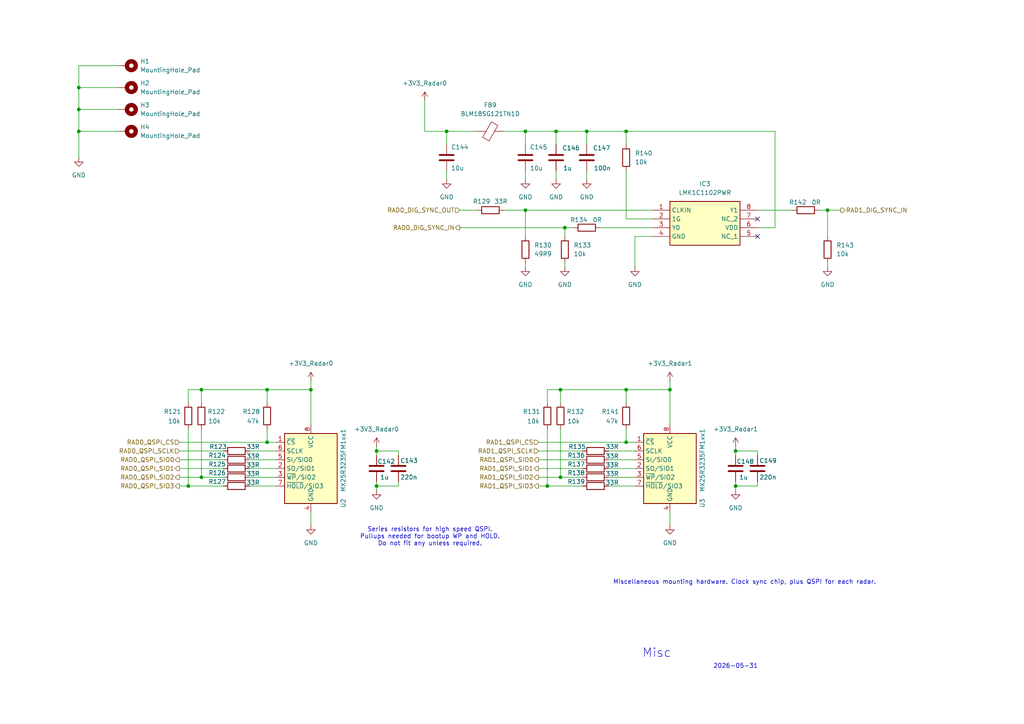
<source format=kicad_sch>
(kicad_sch
	(version 20231120)
	(generator "eeschema")
	(generator_version "8.0")
	(uuid "6b273bf9-b8f3-48ec-89e1-7a1ac81252f1")
	(paper "A4")
	(lib_symbols
		(symbol "C_4"
			(pin_numbers hide)
			(pin_names
				(offset 0.254)
			)
			(exclude_from_sim no)
			(in_bom yes)
			(on_board yes)
			(property "Reference" "C"
				(at 0.635 2.54 0)
				(effects
					(font
						(size 1.27 1.27)
					)
					(justify left)
				)
			)
			(property "Value" "C"
				(at 0.635 -2.54 0)
				(effects
					(font
						(size 1.27 1.27)
					)
					(justify left)
				)
			)
			(property "Footprint" ""
				(at 0.9652 -3.81 0)
				(effects
					(font
						(size 1.27 1.27)
					)
					(hide yes)
				)
			)
			(property "Datasheet" "~"
				(at 0 0 0)
				(effects
					(font
						(size 1.27 1.27)
					)
					(hide yes)
				)
			)
			(property "Description" "Unpolarized capacitor"
				(at 0 0 0)
				(effects
					(font
						(size 1.27 1.27)
					)
					(hide yes)
				)
			)
			(property "ki_keywords" "cap capacitor"
				(at 0 0 0)
				(effects
					(font
						(size 1.27 1.27)
					)
					(hide yes)
				)
			)
			(property "ki_fp_filters" "C_*"
				(at 0 0 0)
				(effects
					(font
						(size 1.27 1.27)
					)
					(hide yes)
				)
			)
			(symbol "C_4_0_1"
				(polyline
					(pts
						(xy -2.032 -0.762) (xy 2.032 -0.762)
					)
					(stroke
						(width 0.508)
						(type default)
					)
					(fill
						(type none)
					)
				)
				(polyline
					(pts
						(xy -2.032 0.762) (xy 2.032 0.762)
					)
					(stroke
						(width 0.508)
						(type default)
					)
					(fill
						(type none)
					)
				)
			)
			(symbol "C_4_1_1"
				(pin passive line
					(at 0 3.81 270)
					(length 2.794)
					(name "~"
						(effects
							(font
								(size 1.27 1.27)
							)
						)
					)
					(number "1"
						(effects
							(font
								(size 1.27 1.27)
							)
						)
					)
				)
				(pin passive line
					(at 0 -3.81 90)
					(length 2.794)
					(name "~"
						(effects
							(font
								(size 1.27 1.27)
							)
						)
					)
					(number "2"
						(effects
							(font
								(size 1.27 1.27)
							)
						)
					)
				)
			)
		)
		(symbol "Device:C"
			(pin_numbers hide)
			(pin_names
				(offset 0.254)
			)
			(exclude_from_sim no)
			(in_bom yes)
			(on_board yes)
			(property "Reference" "C"
				(at 0.635 2.54 0)
				(effects
					(font
						(size 1.27 1.27)
					)
					(justify left)
				)
			)
			(property "Value" "C"
				(at 0.635 -2.54 0)
				(effects
					(font
						(size 1.27 1.27)
					)
					(justify left)
				)
			)
			(property "Footprint" ""
				(at 0.9652 -3.81 0)
				(effects
					(font
						(size 1.27 1.27)
					)
					(hide yes)
				)
			)
			(property "Datasheet" "~"
				(at 0 0 0)
				(effects
					(font
						(size 1.27 1.27)
					)
					(hide yes)
				)
			)
			(property "Description" "Unpolarized capacitor"
				(at 0 0 0)
				(effects
					(font
						(size 1.27 1.27)
					)
					(hide yes)
				)
			)
			(property "ki_keywords" "cap capacitor"
				(at 0 0 0)
				(effects
					(font
						(size 1.27 1.27)
					)
					(hide yes)
				)
			)
			(property "ki_fp_filters" "C_*"
				(at 0 0 0)
				(effects
					(font
						(size 1.27 1.27)
					)
					(hide yes)
				)
			)
			(symbol "C_0_1"
				(polyline
					(pts
						(xy -2.032 -0.762) (xy 2.032 -0.762)
					)
					(stroke
						(width 0.508)
						(type default)
					)
					(fill
						(type none)
					)
				)
				(polyline
					(pts
						(xy -2.032 0.762) (xy 2.032 0.762)
					)
					(stroke
						(width 0.508)
						(type default)
					)
					(fill
						(type none)
					)
				)
			)
			(symbol "C_1_1"
				(pin passive line
					(at 0 3.81 270)
					(length 2.794)
					(name "~"
						(effects
							(font
								(size 1.27 1.27)
							)
						)
					)
					(number "1"
						(effects
							(font
								(size 1.27 1.27)
							)
						)
					)
				)
				(pin passive line
					(at 0 -3.81 90)
					(length 2.794)
					(name "~"
						(effects
							(font
								(size 1.27 1.27)
							)
						)
					)
					(number "2"
						(effects
							(font
								(size 1.27 1.27)
							)
						)
					)
				)
			)
		)
		(symbol "Device:FerriteBead"
			(pin_numbers hide)
			(pin_names
				(offset 0)
			)
			(exclude_from_sim no)
			(in_bom yes)
			(on_board yes)
			(property "Reference" "FB"
				(at -3.81 0.635 90)
				(effects
					(font
						(size 1.27 1.27)
					)
				)
			)
			(property "Value" "FerriteBead"
				(at 3.81 0 90)
				(effects
					(font
						(size 1.27 1.27)
					)
				)
			)
			(property "Footprint" ""
				(at -1.778 0 90)
				(effects
					(font
						(size 1.27 1.27)
					)
					(hide yes)
				)
			)
			(property "Datasheet" "~"
				(at 0 0 0)
				(effects
					(font
						(size 1.27 1.27)
					)
					(hide yes)
				)
			)
			(property "Description" "Ferrite bead"
				(at 0 0 0)
				(effects
					(font
						(size 1.27 1.27)
					)
					(hide yes)
				)
			)
			(property "ki_keywords" "L ferrite bead inductor filter"
				(at 0 0 0)
				(effects
					(font
						(size 1.27 1.27)
					)
					(hide yes)
				)
			)
			(property "ki_fp_filters" "Inductor_* L_* *Ferrite*"
				(at 0 0 0)
				(effects
					(font
						(size 1.27 1.27)
					)
					(hide yes)
				)
			)
			(symbol "FerriteBead_0_1"
				(polyline
					(pts
						(xy 0 -1.27) (xy 0 -1.2192)
					)
					(stroke
						(width 0)
						(type default)
					)
					(fill
						(type none)
					)
				)
				(polyline
					(pts
						(xy 0 1.27) (xy 0 1.2954)
					)
					(stroke
						(width 0)
						(type default)
					)
					(fill
						(type none)
					)
				)
				(polyline
					(pts
						(xy -2.7686 0.4064) (xy -1.7018 2.2606) (xy 2.7686 -0.3048) (xy 1.6764 -2.159) (xy -2.7686 0.4064)
					)
					(stroke
						(width 0)
						(type default)
					)
					(fill
						(type none)
					)
				)
			)
			(symbol "FerriteBead_1_1"
				(pin passive line
					(at 0 3.81 270)
					(length 2.54)
					(name "~"
						(effects
							(font
								(size 1.27 1.27)
							)
						)
					)
					(number "1"
						(effects
							(font
								(size 1.27 1.27)
							)
						)
					)
				)
				(pin passive line
					(at 0 -3.81 90)
					(length 2.54)
					(name "~"
						(effects
							(font
								(size 1.27 1.27)
							)
						)
					)
					(number "2"
						(effects
							(font
								(size 1.27 1.27)
							)
						)
					)
				)
			)
		)
		(symbol "Device:R"
			(pin_numbers hide)
			(pin_names
				(offset 0)
			)
			(exclude_from_sim no)
			(in_bom yes)
			(on_board yes)
			(property "Reference" "R"
				(at 2.032 0 90)
				(effects
					(font
						(size 1.27 1.27)
					)
				)
			)
			(property "Value" "R"
				(at 0 0 90)
				(effects
					(font
						(size 1.27 1.27)
					)
				)
			)
			(property "Footprint" ""
				(at -1.778 0 90)
				(effects
					(font
						(size 1.27 1.27)
					)
					(hide yes)
				)
			)
			(property "Datasheet" "~"
				(at 0 0 0)
				(effects
					(font
						(size 1.27 1.27)
					)
					(hide yes)
				)
			)
			(property "Description" "Resistor"
				(at 0 0 0)
				(effects
					(font
						(size 1.27 1.27)
					)
					(hide yes)
				)
			)
			(property "ki_keywords" "R res resistor"
				(at 0 0 0)
				(effects
					(font
						(size 1.27 1.27)
					)
					(hide yes)
				)
			)
			(property "ki_fp_filters" "R_*"
				(at 0 0 0)
				(effects
					(font
						(size 1.27 1.27)
					)
					(hide yes)
				)
			)
			(symbol "R_0_1"
				(rectangle
					(start -1.016 -2.54)
					(end 1.016 2.54)
					(stroke
						(width 0.254)
						(type default)
					)
					(fill
						(type none)
					)
				)
			)
			(symbol "R_1_1"
				(pin passive line
					(at 0 3.81 270)
					(length 1.27)
					(name "~"
						(effects
							(font
								(size 1.27 1.27)
							)
						)
					)
					(number "1"
						(effects
							(font
								(size 1.27 1.27)
							)
						)
					)
				)
				(pin passive line
					(at 0 -3.81 90)
					(length 1.27)
					(name "~"
						(effects
							(font
								(size 1.27 1.27)
							)
						)
					)
					(number "2"
						(effects
							(font
								(size 1.27 1.27)
							)
						)
					)
				)
			)
		)
		(symbol "LMK1C1102PWR:LMK1C1102PWR"
			(exclude_from_sim no)
			(in_bom yes)
			(on_board yes)
			(property "Reference" "IC"
				(at 26.67 7.62 0)
				(effects
					(font
						(size 1.27 1.27)
					)
					(justify left top)
				)
			)
			(property "Value" "LMK1C1102PWR"
				(at 26.67 5.08 0)
				(effects
					(font
						(size 1.27 1.27)
					)
					(justify left top)
				)
			)
			(property "Footprint" "SOP65P640X120-8N"
				(at 26.67 -94.92 0)
				(effects
					(font
						(size 1.27 1.27)
					)
					(justify left top)
					(hide yes)
				)
			)
			(property "Datasheet" "https://www.ti.com/lit/gpn/LMK1C1102"
				(at 26.67 -194.92 0)
				(effects
					(font
						(size 1.27 1.27)
					)
					(justify left top)
					(hide yes)
				)
			)
			(property "Description" "Clock Buffer 2-channel output LVCMOS 1.8-V buffer 8-TSSOP -40 to 125"
				(at 0 0 0)
				(effects
					(font
						(size 1.27 1.27)
					)
					(hide yes)
				)
			)
			(property "Height" "1.2"
				(at 26.67 -394.92 0)
				(effects
					(font
						(size 1.27 1.27)
					)
					(justify left top)
					(hide yes)
				)
			)
			(property "Manufacturer_Name" "Texas Instruments"
				(at 26.67 -494.92 0)
				(effects
					(font
						(size 1.27 1.27)
					)
					(justify left top)
					(hide yes)
				)
			)
			(property "Manufacturer_Part_Number" "LMK1C1102PWR"
				(at 26.67 -594.92 0)
				(effects
					(font
						(size 1.27 1.27)
					)
					(justify left top)
					(hide yes)
				)
			)
			(property "Arrow Part Number" "LMK1C1102PWR"
				(at 26.67 -694.92 0)
				(effects
					(font
						(size 1.27 1.27)
					)
					(justify left top)
					(hide yes)
				)
			)
			(property "Arrow Price/Stock" "https://www.arrow.com/en/products/lmk1c1102pwr/texas-instruments?utm_currency=USD&region=nac"
				(at 26.67 -794.92 0)
				(effects
					(font
						(size 1.27 1.27)
					)
					(justify left top)
					(hide yes)
				)
			)
			(symbol "LMK1C1102PWR_1_1"
				(rectangle
					(start 5.08 2.54)
					(end 25.4 -10.16)
					(stroke
						(width 0.254)
						(type default)
					)
					(fill
						(type background)
					)
				)
				(pin passive line
					(at 0 0 0)
					(length 5.08)
					(name "CLKIN"
						(effects
							(font
								(size 1.27 1.27)
							)
						)
					)
					(number "1"
						(effects
							(font
								(size 1.27 1.27)
							)
						)
					)
				)
				(pin passive line
					(at 0 -2.54 0)
					(length 5.08)
					(name "1G"
						(effects
							(font
								(size 1.27 1.27)
							)
						)
					)
					(number "2"
						(effects
							(font
								(size 1.27 1.27)
							)
						)
					)
				)
				(pin passive line
					(at 0 -5.08 0)
					(length 5.08)
					(name "Y0"
						(effects
							(font
								(size 1.27 1.27)
							)
						)
					)
					(number "3"
						(effects
							(font
								(size 1.27 1.27)
							)
						)
					)
				)
				(pin passive line
					(at 0 -7.62 0)
					(length 5.08)
					(name "GND"
						(effects
							(font
								(size 1.27 1.27)
							)
						)
					)
					(number "4"
						(effects
							(font
								(size 1.27 1.27)
							)
						)
					)
				)
				(pin passive line
					(at 30.48 -7.62 180)
					(length 5.08)
					(name "NC_1"
						(effects
							(font
								(size 1.27 1.27)
							)
						)
					)
					(number "5"
						(effects
							(font
								(size 1.27 1.27)
							)
						)
					)
				)
				(pin passive line
					(at 30.48 -5.08 180)
					(length 5.08)
					(name "VDD"
						(effects
							(font
								(size 1.27 1.27)
							)
						)
					)
					(number "6"
						(effects
							(font
								(size 1.27 1.27)
							)
						)
					)
				)
				(pin passive line
					(at 30.48 -2.54 180)
					(length 5.08)
					(name "NC_2"
						(effects
							(font
								(size 1.27 1.27)
							)
						)
					)
					(number "7"
						(effects
							(font
								(size 1.27 1.27)
							)
						)
					)
				)
				(pin passive line
					(at 30.48 0 180)
					(length 5.08)
					(name "Y1"
						(effects
							(font
								(size 1.27 1.27)
							)
						)
					)
					(number "8"
						(effects
							(font
								(size 1.27 1.27)
							)
						)
					)
				)
			)
		)
		(symbol "Mechanical:MountingHole_Pad"
			(pin_numbers hide)
			(pin_names
				(offset 1.016) hide)
			(exclude_from_sim yes)
			(in_bom no)
			(on_board yes)
			(property "Reference" "H"
				(at 0 6.35 0)
				(effects
					(font
						(size 1.27 1.27)
					)
				)
			)
			(property "Value" "MountingHole_Pad"
				(at 0 4.445 0)
				(effects
					(font
						(size 1.27 1.27)
					)
				)
			)
			(property "Footprint" ""
				(at 0 0 0)
				(effects
					(font
						(size 1.27 1.27)
					)
					(hide yes)
				)
			)
			(property "Datasheet" "~"
				(at 0 0 0)
				(effects
					(font
						(size 1.27 1.27)
					)
					(hide yes)
				)
			)
			(property "Description" "Mounting Hole with connection"
				(at 0 0 0)
				(effects
					(font
						(size 1.27 1.27)
					)
					(hide yes)
				)
			)
			(property "ki_keywords" "mounting hole"
				(at 0 0 0)
				(effects
					(font
						(size 1.27 1.27)
					)
					(hide yes)
				)
			)
			(property "ki_fp_filters" "MountingHole*Pad*"
				(at 0 0 0)
				(effects
					(font
						(size 1.27 1.27)
					)
					(hide yes)
				)
			)
			(symbol "MountingHole_Pad_0_1"
				(circle
					(center 0 1.27)
					(radius 1.27)
					(stroke
						(width 1.27)
						(type default)
					)
					(fill
						(type none)
					)
				)
			)
			(symbol "MountingHole_Pad_1_1"
				(pin input line
					(at 0 -2.54 90)
					(length 2.54)
					(name "1"
						(effects
							(font
								(size 1.27 1.27)
							)
						)
					)
					(number "1"
						(effects
							(font
								(size 1.27 1.27)
							)
						)
					)
				)
			)
		)
		(symbol "Memory_Flash:MX25R3235FM1xx1"
			(exclude_from_sim no)
			(in_bom yes)
			(on_board yes)
			(property "Reference" "U"
				(at -6.35 11.43 0)
				(effects
					(font
						(size 1.27 1.27)
					)
				)
			)
			(property "Value" "MX25R3235FM1xx1"
				(at 10.16 11.43 0)
				(effects
					(font
						(size 1.27 1.27)
					)
				)
			)
			(property "Footprint" "Package_SO:SOP-8_3.9x4.9mm_P1.27mm"
				(at 0 -15.24 0)
				(effects
					(font
						(size 1.27 1.27)
					)
					(hide yes)
				)
			)
			(property "Datasheet" "https://www.macronix.com/Lists/Datasheet/Attachments/8755/MX25R3235F,%20Wide%20Range,%2032Mb,%20v1.8.pdf"
				(at 0 0 0)
				(effects
					(font
						(size 1.27 1.27)
					)
					(hide yes)
				)
			)
			(property "Description" "32-Mbit, Wide Range Voltage SPI Serial Flash Memory, SOP-8"
				(at 0 0 0)
				(effects
					(font
						(size 1.27 1.27)
					)
					(hide yes)
				)
			)
			(property "ki_keywords" "SPI 32Mbit 1.65V-3.6V"
				(at 0 0 0)
				(effects
					(font
						(size 1.27 1.27)
					)
					(hide yes)
				)
			)
			(property "ki_fp_filters" "SOP*3.9x4.9mm*P1.27mm*"
				(at 0 0 0)
				(effects
					(font
						(size 1.27 1.27)
					)
					(hide yes)
				)
			)
			(symbol "MX25R3235FM1xx1_0_1"
				(rectangle
					(start -7.62 10.16)
					(end 7.62 -10.16)
					(stroke
						(width 0.254)
						(type default)
					)
					(fill
						(type background)
					)
				)
			)
			(symbol "MX25R3235FM1xx1_1_1"
				(pin input line
					(at -10.16 7.62 0)
					(length 2.54)
					(name "~{CS}"
						(effects
							(font
								(size 1.27 1.27)
							)
						)
					)
					(number "1"
						(effects
							(font
								(size 1.27 1.27)
							)
						)
					)
				)
				(pin bidirectional line
					(at -10.16 0 0)
					(length 2.54)
					(name "SO/SIO1"
						(effects
							(font
								(size 1.27 1.27)
							)
						)
					)
					(number "2"
						(effects
							(font
								(size 1.27 1.27)
							)
						)
					)
				)
				(pin bidirectional line
					(at -10.16 -2.54 0)
					(length 2.54)
					(name "~{WP}/SIO2"
						(effects
							(font
								(size 1.27 1.27)
							)
						)
					)
					(number "3"
						(effects
							(font
								(size 1.27 1.27)
							)
						)
					)
				)
				(pin power_in line
					(at 0 -12.7 90)
					(length 2.54)
					(name "GND"
						(effects
							(font
								(size 1.27 1.27)
							)
						)
					)
					(number "4"
						(effects
							(font
								(size 1.27 1.27)
							)
						)
					)
				)
				(pin bidirectional line
					(at -10.16 2.54 0)
					(length 2.54)
					(name "SI/SIO0"
						(effects
							(font
								(size 1.27 1.27)
							)
						)
					)
					(number "5"
						(effects
							(font
								(size 1.27 1.27)
							)
						)
					)
				)
				(pin input line
					(at -10.16 5.08 0)
					(length 2.54)
					(name "SCLK"
						(effects
							(font
								(size 1.27 1.27)
							)
						)
					)
					(number "6"
						(effects
							(font
								(size 1.27 1.27)
							)
						)
					)
				)
				(pin bidirectional line
					(at -10.16 -5.08 0)
					(length 2.54)
					(name "~{HOLD}/SIO3"
						(effects
							(font
								(size 1.27 1.27)
							)
						)
					)
					(number "7"
						(effects
							(font
								(size 1.27 1.27)
							)
						)
					)
				)
				(pin power_in line
					(at 0 12.7 270)
					(length 2.54)
					(name "VCC"
						(effects
							(font
								(size 1.27 1.27)
							)
						)
					)
					(number "8"
						(effects
							(font
								(size 1.27 1.27)
							)
						)
					)
				)
			)
		)
		(symbol "power:+3V3"
			(power)
			(pin_numbers hide)
			(pin_names
				(offset 0) hide)
			(exclude_from_sim no)
			(in_bom yes)
			(on_board yes)
			(property "Reference" "#PWR"
				(at 0 -3.81 0)
				(effects
					(font
						(size 1.27 1.27)
					)
					(hide yes)
				)
			)
			(property "Value" "+3V3"
				(at 0 3.556 0)
				(effects
					(font
						(size 1.27 1.27)
					)
				)
			)
			(property "Footprint" ""
				(at 0 0 0)
				(effects
					(font
						(size 1.27 1.27)
					)
					(hide yes)
				)
			)
			(property "Datasheet" ""
				(at 0 0 0)
				(effects
					(font
						(size 1.27 1.27)
					)
					(hide yes)
				)
			)
			(property "Description" "Power symbol creates a global label with name \"+3V3\""
				(at 0 0 0)
				(effects
					(font
						(size 1.27 1.27)
					)
					(hide yes)
				)
			)
			(property "ki_keywords" "global power"
				(at 0 0 0)
				(effects
					(font
						(size 1.27 1.27)
					)
					(hide yes)
				)
			)
			(symbol "+3V3_0_1"
				(polyline
					(pts
						(xy -0.762 1.27) (xy 0 2.54)
					)
					(stroke
						(width 0)
						(type default)
					)
					(fill
						(type none)
					)
				)
				(polyline
					(pts
						(xy 0 0) (xy 0 2.54)
					)
					(stroke
						(width 0)
						(type default)
					)
					(fill
						(type none)
					)
				)
				(polyline
					(pts
						(xy 0 2.54) (xy 0.762 1.27)
					)
					(stroke
						(width 0)
						(type default)
					)
					(fill
						(type none)
					)
				)
			)
			(symbol "+3V3_1_1"
				(pin power_in line
					(at 0 0 90)
					(length 0)
					(name "~"
						(effects
							(font
								(size 1.27 1.27)
							)
						)
					)
					(number "1"
						(effects
							(font
								(size 1.27 1.27)
							)
						)
					)
				)
			)
		)
		(symbol "power:+5V"
			(power)
			(pin_numbers hide)
			(pin_names
				(offset 0) hide)
			(exclude_from_sim no)
			(in_bom yes)
			(on_board yes)
			(property "Reference" "#PWR"
				(at 0 -3.81 0)
				(effects
					(font
						(size 1.27 1.27)
					)
					(hide yes)
				)
			)
			(property "Value" "+5V"
				(at 0 3.556 0)
				(effects
					(font
						(size 1.27 1.27)
					)
				)
			)
			(property "Footprint" ""
				(at 0 0 0)
				(effects
					(font
						(size 1.27 1.27)
					)
					(hide yes)
				)
			)
			(property "Datasheet" ""
				(at 0 0 0)
				(effects
					(font
						(size 1.27 1.27)
					)
					(hide yes)
				)
			)
			(property "Description" "Power symbol creates a global label with name \"+5V\""
				(at 0 0 0)
				(effects
					(font
						(size 1.27 1.27)
					)
					(hide yes)
				)
			)
			(property "ki_keywords" "global power"
				(at 0 0 0)
				(effects
					(font
						(size 1.27 1.27)
					)
					(hide yes)
				)
			)
			(symbol "+5V_0_1"
				(polyline
					(pts
						(xy -0.762 1.27) (xy 0 2.54)
					)
					(stroke
						(width 0)
						(type default)
					)
					(fill
						(type none)
					)
				)
				(polyline
					(pts
						(xy 0 0) (xy 0 2.54)
					)
					(stroke
						(width 0)
						(type default)
					)
					(fill
						(type none)
					)
				)
				(polyline
					(pts
						(xy 0 2.54) (xy 0.762 1.27)
					)
					(stroke
						(width 0)
						(type default)
					)
					(fill
						(type none)
					)
				)
			)
			(symbol "+5V_1_1"
				(pin power_in line
					(at 0 0 90)
					(length 0)
					(name "~"
						(effects
							(font
								(size 1.27 1.27)
							)
						)
					)
					(number "1"
						(effects
							(font
								(size 1.27 1.27)
							)
						)
					)
				)
			)
		)
		(symbol "power:GND"
			(power)
			(pin_numbers hide)
			(pin_names
				(offset 0) hide)
			(exclude_from_sim no)
			(in_bom yes)
			(on_board yes)
			(property "Reference" "#PWR"
				(at 0 -6.35 0)
				(effects
					(font
						(size 1.27 1.27)
					)
					(hide yes)
				)
			)
			(property "Value" "GND"
				(at 0 -3.81 0)
				(effects
					(font
						(size 1.27 1.27)
					)
				)
			)
			(property "Footprint" ""
				(at 0 0 0)
				(effects
					(font
						(size 1.27 1.27)
					)
					(hide yes)
				)
			)
			(property "Datasheet" ""
				(at 0 0 0)
				(effects
					(font
						(size 1.27 1.27)
					)
					(hide yes)
				)
			)
			(property "Description" "Power symbol creates a global label with name \"GND\" , ground"
				(at 0 0 0)
				(effects
					(font
						(size 1.27 1.27)
					)
					(hide yes)
				)
			)
			(property "ki_keywords" "global power"
				(at 0 0 0)
				(effects
					(font
						(size 1.27 1.27)
					)
					(hide yes)
				)
			)
			(symbol "GND_0_1"
				(polyline
					(pts
						(xy 0 0) (xy 0 -1.27) (xy 1.27 -1.27) (xy 0 -2.54) (xy -1.27 -1.27) (xy 0 -1.27)
					)
					(stroke
						(width 0)
						(type default)
					)
					(fill
						(type none)
					)
				)
			)
			(symbol "GND_1_1"
				(pin power_in line
					(at 0 0 270)
					(length 0)
					(name "~"
						(effects
							(font
								(size 1.27 1.27)
							)
						)
					)
					(number "1"
						(effects
							(font
								(size 1.27 1.27)
							)
						)
					)
				)
			)
		)
	)
	(junction
		(at 181.61 113.03)
		(diameter 0)
		(color 0 0 0 0)
		(uuid "1e99c7fb-2636-4909-98b2-e7eb0de28a6c")
	)
	(junction
		(at 109.22 130.81)
		(diameter 0)
		(color 0 0 0 0)
		(uuid "2eba0c1a-2c5c-4e25-8479-18b4c416bc53")
	)
	(junction
		(at 58.42 138.43)
		(diameter 0)
		(color 0 0 0 0)
		(uuid "33eba56b-ed72-47ca-aed3-3defdc83c783")
	)
	(junction
		(at 162.56 113.03)
		(diameter 0)
		(color 0 0 0 0)
		(uuid "39741fe7-dd1c-4a03-802b-f6c1e8004277")
	)
	(junction
		(at 213.36 140.97)
		(diameter 0)
		(color 0 0 0 0)
		(uuid "3c3c3712-e39f-47a2-af69-9caddb9bc580")
	)
	(junction
		(at 163.83 66.04)
		(diameter 0)
		(color 0 0 0 0)
		(uuid "45649315-a71f-4409-8fdc-94abb0db1f44")
	)
	(junction
		(at 152.4 60.96)
		(diameter 0)
		(color 0 0 0 0)
		(uuid "45dff027-0b7e-4436-8bbd-92e141b57b1f")
	)
	(junction
		(at 152.4 38.1)
		(diameter 0)
		(color 0 0 0 0)
		(uuid "4b559c7e-2de7-4b7e-86bd-adf3825a5c05")
	)
	(junction
		(at 77.47 113.03)
		(diameter 0)
		(color 0 0 0 0)
		(uuid "4e06bffd-8870-4378-a3fa-bea95b741586")
	)
	(junction
		(at 22.86 38.1)
		(diameter 0)
		(color 0 0 0 0)
		(uuid "66077d9e-31c8-49a8-acf9-02e6eb5e6c58")
	)
	(junction
		(at 240.03 60.96)
		(diameter 0)
		(color 0 0 0 0)
		(uuid "6eb1b256-dbdb-410b-b885-bb10e4122550")
	)
	(junction
		(at 22.86 31.75)
		(diameter 0)
		(color 0 0 0 0)
		(uuid "70f6dd71-8295-44f9-a7f3-5bdebd7dee2a")
	)
	(junction
		(at 170.18 38.1)
		(diameter 0)
		(color 0 0 0 0)
		(uuid "87988c31-19ff-4b5f-8e0d-383f46d3297f")
	)
	(junction
		(at 181.61 128.27)
		(diameter 0)
		(color 0 0 0 0)
		(uuid "8cb6065f-4b18-4916-9552-b2157e12284d")
	)
	(junction
		(at 58.42 113.03)
		(diameter 0)
		(color 0 0 0 0)
		(uuid "909ffc21-e9c8-4d19-bd02-24d4339633b4")
	)
	(junction
		(at 162.56 138.43)
		(diameter 0)
		(color 0 0 0 0)
		(uuid "969e2f90-77df-456f-8f81-b13853f7d3d1")
	)
	(junction
		(at 77.47 128.27)
		(diameter 0)
		(color 0 0 0 0)
		(uuid "9ede601a-d104-41b5-b6f2-789ff128f069")
	)
	(junction
		(at 109.22 140.97)
		(diameter 0)
		(color 0 0 0 0)
		(uuid "9ee6b9cc-87cb-4043-826d-6456de23ff05")
	)
	(junction
		(at 161.29 38.1)
		(diameter 0)
		(color 0 0 0 0)
		(uuid "a6094d51-f5a4-4481-9e51-0dc40f4b20ea")
	)
	(junction
		(at 181.61 38.1)
		(diameter 0)
		(color 0 0 0 0)
		(uuid "aca307ea-bb3b-474a-8391-8c2bca848499")
	)
	(junction
		(at 22.86 25.4)
		(diameter 0)
		(color 0 0 0 0)
		(uuid "b8b2c35f-a79e-4bf7-8bee-43b11ebea8fe")
	)
	(junction
		(at 129.54 38.1)
		(diameter 0)
		(color 0 0 0 0)
		(uuid "b93dcd2d-7b6d-4aa5-b029-29a78108a893")
	)
	(junction
		(at 90.17 113.03)
		(diameter 0)
		(color 0 0 0 0)
		(uuid "c4dd30c1-dce1-4b8d-ae76-bad00e7be12b")
	)
	(junction
		(at 194.31 113.03)
		(diameter 0)
		(color 0 0 0 0)
		(uuid "dce0afd1-1df4-4b4b-86a7-718ef970eeca")
	)
	(junction
		(at 213.36 130.81)
		(diameter 0)
		(color 0 0 0 0)
		(uuid "e3e5e2f4-83db-4ac4-96a6-f9da3b110427")
	)
	(junction
		(at 54.61 140.97)
		(diameter 0)
		(color 0 0 0 0)
		(uuid "e60a51c0-9870-43b6-a963-3e184757b806")
	)
	(junction
		(at 158.75 140.97)
		(diameter 0)
		(color 0 0 0 0)
		(uuid "fee3cdef-e961-46a4-a422-4dc9e072c5fd")
	)
	(no_connect
		(at 219.71 68.58)
		(uuid "050ba24f-9e6f-47b1-83be-c242e0c88c6f")
	)
	(no_connect
		(at 219.71 63.5)
		(uuid "66be711a-a43b-476e-9704-d27f275d2675")
	)
	(wire
		(pts
			(xy 52.07 140.97) (xy 54.61 140.97)
		)
		(stroke
			(width 0)
			(type default)
		)
		(uuid "0ab92bf0-deb0-4609-9be4-940a336b1666")
	)
	(wire
		(pts
			(xy 213.36 140.97) (xy 219.71 140.97)
		)
		(stroke
			(width 0)
			(type default)
		)
		(uuid "0b5bd061-c925-48e7-bbe6-4b0f4c320e36")
	)
	(wire
		(pts
			(xy 237.49 60.96) (xy 240.03 60.96)
		)
		(stroke
			(width 0)
			(type default)
		)
		(uuid "0d2117b8-6485-45d5-a9f2-c500b55f45d9")
	)
	(wire
		(pts
			(xy 161.29 38.1) (xy 152.4 38.1)
		)
		(stroke
			(width 0)
			(type default)
		)
		(uuid "0e1ff11e-12b0-4860-acc3-ede9e466e8ed")
	)
	(wire
		(pts
			(xy 109.22 130.81) (xy 109.22 132.08)
		)
		(stroke
			(width 0)
			(type default)
		)
		(uuid "1963e255-1c6f-489e-875d-44c467a96d8a")
	)
	(wire
		(pts
			(xy 240.03 60.96) (xy 240.03 68.58)
		)
		(stroke
			(width 0)
			(type default)
		)
		(uuid "1d3e3aca-19b1-4405-ba84-6236aadacf2d")
	)
	(wire
		(pts
			(xy 156.21 128.27) (xy 181.61 128.27)
		)
		(stroke
			(width 0)
			(type default)
		)
		(uuid "1de26331-70df-4969-9f79-fd565bb115ce")
	)
	(wire
		(pts
			(xy 181.61 38.1) (xy 224.79 38.1)
		)
		(stroke
			(width 0)
			(type default)
		)
		(uuid "1ec52b2f-e7d8-450a-a1bb-8accf8c7611a")
	)
	(wire
		(pts
			(xy 162.56 124.46) (xy 162.56 138.43)
		)
		(stroke
			(width 0)
			(type default)
		)
		(uuid "1f3b8892-33cf-4e16-abd0-b01cbebc3e76")
	)
	(wire
		(pts
			(xy 152.4 60.96) (xy 189.23 60.96)
		)
		(stroke
			(width 0)
			(type default)
		)
		(uuid "20dd3a67-890b-4171-b87f-08a89621d65f")
	)
	(wire
		(pts
			(xy 129.54 49.53) (xy 129.54 52.07)
		)
		(stroke
			(width 0)
			(type default)
		)
		(uuid "22cf6637-f909-4dab-954b-a7690558f5b4")
	)
	(wire
		(pts
			(xy 54.61 116.84) (xy 54.61 113.03)
		)
		(stroke
			(width 0)
			(type default)
		)
		(uuid "22d04b43-7c2a-4f6d-8106-9a2fcbfb5fd1")
	)
	(wire
		(pts
			(xy 22.86 25.4) (xy 22.86 31.75)
		)
		(stroke
			(width 0)
			(type default)
		)
		(uuid "2391e3e3-1da1-4638-b77c-bbecbbe41fcd")
	)
	(wire
		(pts
			(xy 189.23 68.58) (xy 184.15 68.58)
		)
		(stroke
			(width 0)
			(type default)
		)
		(uuid "25fcb8e0-1e2e-4029-942f-91280afda55b")
	)
	(wire
		(pts
			(xy 156.21 133.35) (xy 168.91 133.35)
		)
		(stroke
			(width 0)
			(type default)
		)
		(uuid "31a33c50-92fe-4fae-875e-ae9b5806e8ed")
	)
	(wire
		(pts
			(xy 115.57 130.81) (xy 115.57 132.08)
		)
		(stroke
			(width 0)
			(type default)
		)
		(uuid "34565f73-0f5c-44b3-a58e-90bec9bcf89e")
	)
	(wire
		(pts
			(xy 163.83 77.47) (xy 163.83 76.2)
		)
		(stroke
			(width 0)
			(type default)
		)
		(uuid "347601e5-0032-45bb-8a5e-dcd19a2197b6")
	)
	(wire
		(pts
			(xy 115.57 140.97) (xy 115.57 139.7)
		)
		(stroke
			(width 0)
			(type default)
		)
		(uuid "36456973-3eab-4a98-b02a-5f5e5adcbe34")
	)
	(wire
		(pts
			(xy 90.17 113.03) (xy 90.17 123.19)
		)
		(stroke
			(width 0)
			(type default)
		)
		(uuid "367bf79a-6e8f-4361-8fd2-12d8bb9681c2")
	)
	(wire
		(pts
			(xy 109.22 139.7) (xy 109.22 140.97)
		)
		(stroke
			(width 0)
			(type default)
		)
		(uuid "379cd39c-fb80-4277-b779-88a4ae132c29")
	)
	(wire
		(pts
			(xy 52.07 133.35) (xy 64.77 133.35)
		)
		(stroke
			(width 0)
			(type default)
		)
		(uuid "39885da5-2c0c-4146-8f3c-b7396632e302")
	)
	(wire
		(pts
			(xy 77.47 116.84) (xy 77.47 113.03)
		)
		(stroke
			(width 0)
			(type default)
		)
		(uuid "3b1b93e4-b903-4d83-8e4c-407c89535fbd")
	)
	(wire
		(pts
			(xy 156.21 140.97) (xy 158.75 140.97)
		)
		(stroke
			(width 0)
			(type default)
		)
		(uuid "3b37e7ce-116e-4d1c-bf5b-87d9994814fc")
	)
	(wire
		(pts
			(xy 77.47 128.27) (xy 80.01 128.27)
		)
		(stroke
			(width 0)
			(type default)
		)
		(uuid "3d00c917-6431-4366-9b27-96c78c6ceccc")
	)
	(wire
		(pts
			(xy 133.35 66.04) (xy 163.83 66.04)
		)
		(stroke
			(width 0)
			(type default)
		)
		(uuid "3d5494ee-6004-44d3-85d2-928e0993a7e2")
	)
	(wire
		(pts
			(xy 22.86 19.05) (xy 34.29 19.05)
		)
		(stroke
			(width 0)
			(type default)
		)
		(uuid "403fd14c-5a6b-470e-83d4-e5dd4841b40e")
	)
	(wire
		(pts
			(xy 22.86 31.75) (xy 34.29 31.75)
		)
		(stroke
			(width 0)
			(type default)
		)
		(uuid "464f3d10-90ea-4510-92bc-786257031fde")
	)
	(wire
		(pts
			(xy 181.61 38.1) (xy 181.61 41.91)
		)
		(stroke
			(width 0)
			(type default)
		)
		(uuid "496c8e43-be28-442a-9a7e-d1e119e9ae6a")
	)
	(wire
		(pts
			(xy 77.47 113.03) (xy 90.17 113.03)
		)
		(stroke
			(width 0)
			(type default)
		)
		(uuid "4c20b1c0-523e-495c-9e40-b20848d7871e")
	)
	(wire
		(pts
			(xy 52.07 138.43) (xy 58.42 138.43)
		)
		(stroke
			(width 0)
			(type default)
		)
		(uuid "4c5f4329-6dcb-4c57-9db8-ebfb71c88bf3")
	)
	(wire
		(pts
			(xy 181.61 124.46) (xy 181.61 128.27)
		)
		(stroke
			(width 0)
			(type default)
		)
		(uuid "511fa88f-d490-4487-915f-0a279be6ed94")
	)
	(wire
		(pts
			(xy 146.05 38.1) (xy 152.4 38.1)
		)
		(stroke
			(width 0)
			(type default)
		)
		(uuid "525504ea-7561-4fdb-a723-1aa69ca6b5ed")
	)
	(wire
		(pts
			(xy 58.42 116.84) (xy 58.42 113.03)
		)
		(stroke
			(width 0)
			(type default)
		)
		(uuid "55fa087a-b3af-4510-89e7-cf7c47643093")
	)
	(wire
		(pts
			(xy 219.71 140.97) (xy 219.71 139.7)
		)
		(stroke
			(width 0)
			(type default)
		)
		(uuid "56374f23-06ab-4d26-994d-afc4801498e9")
	)
	(wire
		(pts
			(xy 72.39 135.89) (xy 80.01 135.89)
		)
		(stroke
			(width 0)
			(type default)
		)
		(uuid "57ddd40b-3c50-41cd-ada3-e2b0e32c2715")
	)
	(wire
		(pts
			(xy 181.61 49.53) (xy 181.61 63.5)
		)
		(stroke
			(width 0)
			(type default)
		)
		(uuid "590ac7ba-4f02-4215-8cb6-3110661283e9")
	)
	(wire
		(pts
			(xy 213.36 129.54) (xy 213.36 130.81)
		)
		(stroke
			(width 0)
			(type default)
		)
		(uuid "59f191b4-c1ce-4f76-bb41-5a881082f207")
	)
	(wire
		(pts
			(xy 152.4 38.1) (xy 152.4 41.91)
		)
		(stroke
			(width 0)
			(type default)
		)
		(uuid "5a9de895-4219-4275-90c7-c0e730eb47ea")
	)
	(wire
		(pts
			(xy 158.75 116.84) (xy 158.75 113.03)
		)
		(stroke
			(width 0)
			(type default)
		)
		(uuid "5b6e326b-a388-4dd2-ae16-94ffc14c9555")
	)
	(wire
		(pts
			(xy 109.22 130.81) (xy 115.57 130.81)
		)
		(stroke
			(width 0)
			(type default)
		)
		(uuid "5faf426e-2e4c-48ef-bcf2-259cc3566f42")
	)
	(wire
		(pts
			(xy 152.4 60.96) (xy 152.4 68.58)
		)
		(stroke
			(width 0)
			(type default)
		)
		(uuid "5fc240cf-b59a-4bc0-adf2-5e2809b3165e")
	)
	(wire
		(pts
			(xy 184.15 68.58) (xy 184.15 77.47)
		)
		(stroke
			(width 0)
			(type default)
		)
		(uuid "5fc28c16-a7ba-4a03-865c-c31932522dc1")
	)
	(wire
		(pts
			(xy 194.31 113.03) (xy 194.31 123.19)
		)
		(stroke
			(width 0)
			(type default)
		)
		(uuid "60f37f42-a915-4922-b485-2b62bab6cdd5")
	)
	(wire
		(pts
			(xy 213.36 142.24) (xy 213.36 140.97)
		)
		(stroke
			(width 0)
			(type default)
		)
		(uuid "61758a50-5ef0-4972-b922-24174f83fc92")
	)
	(wire
		(pts
			(xy 176.53 138.43) (xy 184.15 138.43)
		)
		(stroke
			(width 0)
			(type default)
		)
		(uuid "61b5d7cc-ab6b-400c-9007-97dbc364057a")
	)
	(wire
		(pts
			(xy 176.53 133.35) (xy 184.15 133.35)
		)
		(stroke
			(width 0)
			(type default)
		)
		(uuid "62497bfa-d650-4ff5-9bc2-ae7cc08f50b2")
	)
	(wire
		(pts
			(xy 181.61 113.03) (xy 194.31 113.03)
		)
		(stroke
			(width 0)
			(type default)
		)
		(uuid "65e45543-c698-4826-a429-d31dedd675dd")
	)
	(wire
		(pts
			(xy 54.61 113.03) (xy 58.42 113.03)
		)
		(stroke
			(width 0)
			(type default)
		)
		(uuid "6d358d19-e38a-4b98-94c0-2be2937d6788")
	)
	(wire
		(pts
			(xy 138.43 38.1) (xy 129.54 38.1)
		)
		(stroke
			(width 0)
			(type default)
		)
		(uuid "7048ee58-f5e5-4a3e-a728-931f4af3e862")
	)
	(wire
		(pts
			(xy 163.83 66.04) (xy 166.37 66.04)
		)
		(stroke
			(width 0)
			(type default)
		)
		(uuid "75f33fb5-1799-410f-b835-e5531b59a514")
	)
	(wire
		(pts
			(xy 176.53 140.97) (xy 184.15 140.97)
		)
		(stroke
			(width 0)
			(type default)
		)
		(uuid "795f5857-94e0-4805-9f3d-9fa6db41bbed")
	)
	(wire
		(pts
			(xy 77.47 124.46) (xy 77.47 128.27)
		)
		(stroke
			(width 0)
			(type default)
		)
		(uuid "79eca3e1-2dde-4c24-8612-289f6bdb8da0")
	)
	(wire
		(pts
			(xy 109.22 129.54) (xy 109.22 130.81)
		)
		(stroke
			(width 0)
			(type default)
		)
		(uuid "79f08d44-b58a-450b-90ad-bae4df69ab5e")
	)
	(wire
		(pts
			(xy 162.56 113.03) (xy 181.61 113.03)
		)
		(stroke
			(width 0)
			(type default)
		)
		(uuid "811ce389-0268-421d-af56-14b996814353")
	)
	(wire
		(pts
			(xy 224.79 38.1) (xy 224.79 66.04)
		)
		(stroke
			(width 0)
			(type default)
		)
		(uuid "81b93b67-4aaf-45f4-bb02-1b5f013dd3fd")
	)
	(wire
		(pts
			(xy 58.42 124.46) (xy 58.42 138.43)
		)
		(stroke
			(width 0)
			(type default)
		)
		(uuid "82d4a3b8-4adc-400d-bbe9-8d9935ffaf88")
	)
	(wire
		(pts
			(xy 213.36 130.81) (xy 213.36 132.08)
		)
		(stroke
			(width 0)
			(type default)
		)
		(uuid "82d8746f-d682-486a-83a8-68f1173f6ec8")
	)
	(wire
		(pts
			(xy 162.56 138.43) (xy 168.91 138.43)
		)
		(stroke
			(width 0)
			(type default)
		)
		(uuid "855cf057-6f79-4a88-9649-44eba1aa55a6")
	)
	(wire
		(pts
			(xy 240.03 60.96) (xy 243.84 60.96)
		)
		(stroke
			(width 0)
			(type default)
		)
		(uuid "86ff72a8-fbc8-40de-b80c-3d371fab0b6e")
	)
	(wire
		(pts
			(xy 72.39 130.81) (xy 80.01 130.81)
		)
		(stroke
			(width 0)
			(type default)
		)
		(uuid "87dbf072-df53-4199-a6a4-95e0600a2990")
	)
	(wire
		(pts
			(xy 156.21 135.89) (xy 168.91 135.89)
		)
		(stroke
			(width 0)
			(type default)
		)
		(uuid "8b34c227-30a9-41e6-80c3-0532ecdc1408")
	)
	(wire
		(pts
			(xy 156.21 138.43) (xy 162.56 138.43)
		)
		(stroke
			(width 0)
			(type default)
		)
		(uuid "8cdf63fa-df09-4695-a686-641c366aac14")
	)
	(wire
		(pts
			(xy 213.36 139.7) (xy 213.36 140.97)
		)
		(stroke
			(width 0)
			(type default)
		)
		(uuid "8e54cef4-6d21-4796-b6ce-9842b5350fed")
	)
	(wire
		(pts
			(xy 219.71 130.81) (xy 219.71 132.08)
		)
		(stroke
			(width 0)
			(type default)
		)
		(uuid "8f15b3fd-e33f-4e7e-b6e3-9b2705a21916")
	)
	(wire
		(pts
			(xy 156.21 130.81) (xy 168.91 130.81)
		)
		(stroke
			(width 0)
			(type default)
		)
		(uuid "98a1e2e7-b61c-4acd-a0d4-0e65c5d32744")
	)
	(wire
		(pts
			(xy 173.99 66.04) (xy 189.23 66.04)
		)
		(stroke
			(width 0)
			(type default)
		)
		(uuid "9a4f3313-622b-4e2d-9ffd-88e4c159e4fc")
	)
	(wire
		(pts
			(xy 52.07 135.89) (xy 64.77 135.89)
		)
		(stroke
			(width 0)
			(type default)
		)
		(uuid "9edcfa46-0e68-4eb8-9f62-c91dcf270f9e")
	)
	(wire
		(pts
			(xy 170.18 38.1) (xy 181.61 38.1)
		)
		(stroke
			(width 0)
			(type default)
		)
		(uuid "a284cabf-1e73-442c-876c-9f4a357b4d7a")
	)
	(wire
		(pts
			(xy 129.54 38.1) (xy 123.19 38.1)
		)
		(stroke
			(width 0)
			(type default)
		)
		(uuid "a3a7d085-7991-4a23-abf4-f065ca0c6a85")
	)
	(wire
		(pts
			(xy 181.61 116.84) (xy 181.61 113.03)
		)
		(stroke
			(width 0)
			(type default)
		)
		(uuid "a515ff57-b741-465f-873c-7d9302832248")
	)
	(wire
		(pts
			(xy 54.61 140.97) (xy 64.77 140.97)
		)
		(stroke
			(width 0)
			(type default)
		)
		(uuid "ab7b9d45-3902-426b-a69f-eaa8598dae23")
	)
	(wire
		(pts
			(xy 54.61 124.46) (xy 54.61 140.97)
		)
		(stroke
			(width 0)
			(type default)
		)
		(uuid "ac21cebc-4a95-41f8-acb4-ac609475333d")
	)
	(wire
		(pts
			(xy 123.19 29.21) (xy 123.19 38.1)
		)
		(stroke
			(width 0)
			(type default)
		)
		(uuid "ae3e595d-29e6-4cf4-87ab-ab28ae9adfed")
	)
	(wire
		(pts
			(xy 109.22 140.97) (xy 115.57 140.97)
		)
		(stroke
			(width 0)
			(type default)
		)
		(uuid "b3dddfa6-36b5-46d9-a326-e670b6d04679")
	)
	(wire
		(pts
			(xy 240.03 77.47) (xy 240.03 76.2)
		)
		(stroke
			(width 0)
			(type default)
		)
		(uuid "b3eecabd-8647-433d-a88c-010a40b45d3e")
	)
	(wire
		(pts
			(xy 72.39 138.43) (xy 80.01 138.43)
		)
		(stroke
			(width 0)
			(type default)
		)
		(uuid "b51d80de-0410-4f63-a43e-b1d09f0ee4de")
	)
	(wire
		(pts
			(xy 162.56 116.84) (xy 162.56 113.03)
		)
		(stroke
			(width 0)
			(type default)
		)
		(uuid "b6ae02d7-c842-40d3-a693-5443a1d8efb3")
	)
	(wire
		(pts
			(xy 22.86 19.05) (xy 22.86 25.4)
		)
		(stroke
			(width 0)
			(type default)
		)
		(uuid "b7d65f67-9d25-4dcc-a016-eef144d638e1")
	)
	(wire
		(pts
			(xy 109.22 142.24) (xy 109.22 140.97)
		)
		(stroke
			(width 0)
			(type default)
		)
		(uuid "b964e6e0-36ea-4e20-a185-73147629837b")
	)
	(wire
		(pts
			(xy 219.71 60.96) (xy 229.87 60.96)
		)
		(stroke
			(width 0)
			(type default)
		)
		(uuid "bd3127e6-c866-4cea-bf39-f4d7f144ab52")
	)
	(wire
		(pts
			(xy 152.4 49.53) (xy 152.4 52.07)
		)
		(stroke
			(width 0)
			(type default)
		)
		(uuid "bf2ad716-58ab-47e7-8c55-b2f0929537d2")
	)
	(wire
		(pts
			(xy 58.42 113.03) (xy 77.47 113.03)
		)
		(stroke
			(width 0)
			(type default)
		)
		(uuid "c0bda218-8324-41f3-8853-a0609757a323")
	)
	(wire
		(pts
			(xy 22.86 31.75) (xy 22.86 38.1)
		)
		(stroke
			(width 0)
			(type default)
		)
		(uuid "c0df1765-b783-4b2f-898f-92ad309b1bb9")
	)
	(wire
		(pts
			(xy 181.61 128.27) (xy 184.15 128.27)
		)
		(stroke
			(width 0)
			(type default)
		)
		(uuid "c1cb92b1-34bc-46aa-b99e-4a2c86527b7a")
	)
	(wire
		(pts
			(xy 170.18 41.91) (xy 170.18 38.1)
		)
		(stroke
			(width 0)
			(type default)
		)
		(uuid "c2deb088-d1e4-4cde-ac0c-b3be8dfb6daf")
	)
	(wire
		(pts
			(xy 170.18 49.53) (xy 170.18 52.07)
		)
		(stroke
			(width 0)
			(type default)
		)
		(uuid "c5ad8995-97dd-491c-a429-413313825127")
	)
	(wire
		(pts
			(xy 22.86 38.1) (xy 22.86 45.72)
		)
		(stroke
			(width 0)
			(type default)
		)
		(uuid "c6596cfb-f648-495e-9136-58aaf912516f")
	)
	(wire
		(pts
			(xy 52.07 130.81) (xy 64.77 130.81)
		)
		(stroke
			(width 0)
			(type default)
		)
		(uuid "c7a28ec4-0ef7-4c64-bec0-cc604baa797b")
	)
	(wire
		(pts
			(xy 146.05 60.96) (xy 152.4 60.96)
		)
		(stroke
			(width 0)
			(type default)
		)
		(uuid "c7c8152f-66d9-4d0a-a120-bb75c2bbe7e9")
	)
	(wire
		(pts
			(xy 152.4 76.2) (xy 152.4 77.47)
		)
		(stroke
			(width 0)
			(type default)
		)
		(uuid "c8c38e6a-d447-4aca-a771-593092b9c964")
	)
	(wire
		(pts
			(xy 176.53 135.89) (xy 184.15 135.89)
		)
		(stroke
			(width 0)
			(type default)
		)
		(uuid "cbbc5ad3-1206-40fd-b01d-9348d37cdfa5")
	)
	(wire
		(pts
			(xy 158.75 113.03) (xy 162.56 113.03)
		)
		(stroke
			(width 0)
			(type default)
		)
		(uuid "d2a9284a-8ba6-421b-9f97-e72d9b7a84ff")
	)
	(wire
		(pts
			(xy 129.54 38.1) (xy 129.54 41.91)
		)
		(stroke
			(width 0)
			(type default)
		)
		(uuid "d6e972c3-77b6-4c6e-8a24-e80903ea0bcf")
	)
	(wire
		(pts
			(xy 90.17 110.49) (xy 90.17 113.03)
		)
		(stroke
			(width 0)
			(type default)
		)
		(uuid "d88b3482-25b1-4c96-baff-7635499a9105")
	)
	(wire
		(pts
			(xy 194.31 110.49) (xy 194.31 113.03)
		)
		(stroke
			(width 0)
			(type default)
		)
		(uuid "d8db02bd-b126-48bc-a665-ec271ad999fa")
	)
	(wire
		(pts
			(xy 170.18 38.1) (xy 161.29 38.1)
		)
		(stroke
			(width 0)
			(type default)
		)
		(uuid "d9150685-e64d-49bb-aec0-c70c1b4004a9")
	)
	(wire
		(pts
			(xy 133.35 60.96) (xy 138.43 60.96)
		)
		(stroke
			(width 0)
			(type default)
		)
		(uuid "da6a01da-249f-498f-b923-01129b9695d5")
	)
	(wire
		(pts
			(xy 176.53 130.81) (xy 184.15 130.81)
		)
		(stroke
			(width 0)
			(type default)
		)
		(uuid "db8ef443-b779-40e5-920f-1aad3e38299c")
	)
	(wire
		(pts
			(xy 161.29 41.91) (xy 161.29 38.1)
		)
		(stroke
			(width 0)
			(type default)
		)
		(uuid "dc1b7a52-a171-4d06-91a8-d867ab14745d")
	)
	(wire
		(pts
			(xy 194.31 148.59) (xy 194.31 152.4)
		)
		(stroke
			(width 0)
			(type default)
		)
		(uuid "dd15ffa1-c366-4d81-9330-4f809c46f8fa")
	)
	(wire
		(pts
			(xy 163.83 66.04) (xy 163.83 68.58)
		)
		(stroke
			(width 0)
			(type default)
		)
		(uuid "de69dbbc-2261-4378-ad5e-922615ffd518")
	)
	(wire
		(pts
			(xy 72.39 140.97) (xy 80.01 140.97)
		)
		(stroke
			(width 0)
			(type default)
		)
		(uuid "dfe2455d-b1e6-4c63-b9c8-b7b2b4d3308e")
	)
	(wire
		(pts
			(xy 52.07 128.27) (xy 77.47 128.27)
		)
		(stroke
			(width 0)
			(type default)
		)
		(uuid "e158d447-cc0b-4af0-bb1a-6e3efdd09b8f")
	)
	(wire
		(pts
			(xy 58.42 138.43) (xy 64.77 138.43)
		)
		(stroke
			(width 0)
			(type default)
		)
		(uuid "e27a7798-08c5-4ec9-83ab-f667e36df632")
	)
	(wire
		(pts
			(xy 90.17 148.59) (xy 90.17 152.4)
		)
		(stroke
			(width 0)
			(type default)
		)
		(uuid "e31c45b3-e61d-44ad-87b3-692b4497b33a")
	)
	(wire
		(pts
			(xy 72.39 133.35) (xy 80.01 133.35)
		)
		(stroke
			(width 0)
			(type default)
		)
		(uuid "e40f1db0-5f59-4540-b858-8172aaca7b12")
	)
	(wire
		(pts
			(xy 158.75 140.97) (xy 168.91 140.97)
		)
		(stroke
			(width 0)
			(type default)
		)
		(uuid "e5936c3a-62e5-4a44-a5f8-33220358b648")
	)
	(wire
		(pts
			(xy 158.75 124.46) (xy 158.75 140.97)
		)
		(stroke
			(width 0)
			(type default)
		)
		(uuid "e634d69a-689c-4639-8f27-7037ec44226e")
	)
	(wire
		(pts
			(xy 22.86 25.4) (xy 34.29 25.4)
		)
		(stroke
			(width 0)
			(type default)
		)
		(uuid "ed3cc7ff-9ac7-4141-9e82-a2ce215dec02")
	)
	(wire
		(pts
			(xy 224.79 66.04) (xy 219.71 66.04)
		)
		(stroke
			(width 0)
			(type default)
		)
		(uuid "ee5a4318-9135-43d5-aeed-c520a1d0223e")
	)
	(wire
		(pts
			(xy 181.61 63.5) (xy 189.23 63.5)
		)
		(stroke
			(width 0)
			(type default)
		)
		(uuid "f2840a5d-3cf6-4f26-9c11-610a0c6c9258")
	)
	(wire
		(pts
			(xy 161.29 49.53) (xy 161.29 52.07)
		)
		(stroke
			(width 0)
			(type default)
		)
		(uuid "f70ad033-5875-4ebb-bc43-866bfc2dc216")
	)
	(wire
		(pts
			(xy 22.86 38.1) (xy 34.29 38.1)
		)
		(stroke
			(width 0)
			(type default)
		)
		(uuid "f9fac184-bcc7-4d73-8eba-be88c53fc217")
	)
	(wire
		(pts
			(xy 213.36 130.81) (xy 219.71 130.81)
		)
		(stroke
			(width 0)
			(type default)
		)
		(uuid "fa1632cc-e026-4709-94ef-b82b5b522900")
	)
	(text "${CURRENT_DATE}"
		(exclude_from_sim no)
		(at 213.36 193.294 0)
		(effects
			(font
				(size 1.27 1.27)
			)
		)
		(uuid "3acfbe42-bb78-4ff7-8d18-97ad32508f4f")
	)
	(text "Series resistors for high speed QSPI.\nPullups needed for bootup WP and HOLD.\nDo not fit any unless required."
		(exclude_from_sim no)
		(at 124.714 155.702 0)
		(effects
			(font
				(size 1.27 1.27)
			)
		)
		(uuid "44087b1c-8ddb-420e-ab20-9c77def4955c")
	)
	(text "Miscellaneous mounting hardware. Clock sync chip, plus QSPI for each radar."
		(exclude_from_sim no)
		(at 177.8 168.91 0)
		(effects
			(font
				(size 1.27 1.27)
			)
			(justify left)
		)
		(uuid "a3b504a1-e27f-4fc8-8cd0-f28b3c8dba28")
	)
	(text "Misc\n"
		(exclude_from_sim no)
		(at 190.5 189.484 0)
		(effects
			(font
				(size 2.54 2.54)
			)
		)
		(uuid "dfc4491f-071e-47bf-aa33-83e970b98141")
	)
	(hierarchical_label "RAD1_QSPI_SIO0"
		(shape output)
		(at 156.21 133.35 180)
		(fields_autoplaced yes)
		(effects
			(font
				(size 1.27 1.27)
			)
			(justify right)
		)
		(uuid "1b62ea25-a65a-423a-b71d-cb8b9ae9b27c")
	)
	(hierarchical_label "RAD1_QSPI_SCLK"
		(shape input)
		(at 156.21 130.81 180)
		(fields_autoplaced yes)
		(effects
			(font
				(size 1.27 1.27)
			)
			(justify right)
		)
		(uuid "2e77cfcd-9c93-4472-a59d-77aaa9ae72ee")
	)
	(hierarchical_label "RAD1_DIG_SYNC_IN"
		(shape output)
		(at 243.84 60.96 0)
		(fields_autoplaced yes)
		(effects
			(font
				(size 1.27 1.27)
			)
			(justify left)
		)
		(uuid "2e88bca0-5ee5-43a1-b785-dcab51148c78")
	)
	(hierarchical_label "RAD1_QSPI_CS"
		(shape input)
		(at 156.21 128.27 180)
		(fields_autoplaced yes)
		(effects
			(font
				(size 1.27 1.27)
			)
			(justify right)
		)
		(uuid "2f5ad508-5181-40ec-909e-1d50e65ce814")
	)
	(hierarchical_label "RAD1_QSPI_SIO3"
		(shape output)
		(at 156.21 140.97 180)
		(fields_autoplaced yes)
		(effects
			(font
				(size 1.27 1.27)
			)
			(justify right)
		)
		(uuid "3c24b53b-ffa5-4444-a98a-1453ca74f1c3")
	)
	(hierarchical_label "RAD0_QSPI_SCLK"
		(shape input)
		(at 52.07 130.81 180)
		(fields_autoplaced yes)
		(effects
			(font
				(size 1.27 1.27)
			)
			(justify right)
		)
		(uuid "41e4013d-a9c4-43ba-936b-e07b54cdf3e2")
	)
	(hierarchical_label "RAD1_QSPI_SIO1"
		(shape output)
		(at 156.21 135.89 180)
		(fields_autoplaced yes)
		(effects
			(font
				(size 1.27 1.27)
			)
			(justify right)
		)
		(uuid "51834aaa-c17e-427a-9ee7-8fec011528e0")
	)
	(hierarchical_label "RAD1_QSPI_SIO2"
		(shape output)
		(at 156.21 138.43 180)
		(fields_autoplaced yes)
		(effects
			(font
				(size 1.27 1.27)
			)
			(justify right)
		)
		(uuid "6251f8ba-509a-48b3-b994-8d909c352016")
	)
	(hierarchical_label "RAD0_QSPI_SIO3"
		(shape output)
		(at 52.07 140.97 180)
		(fields_autoplaced yes)
		(effects
			(font
				(size 1.27 1.27)
			)
			(justify right)
		)
		(uuid "640f14fa-e8ff-410f-9cdb-7da7a8b1d371")
	)
	(hierarchical_label "RAD0_DIG_SYNC_OUT"
		(shape input)
		(at 133.35 60.96 180)
		(fields_autoplaced yes)
		(effects
			(font
				(size 1.27 1.27)
			)
			(justify right)
		)
		(uuid "6def3502-1a3f-4d44-8f1c-ad1c60a26c00")
	)
	(hierarchical_label "RAD0_QSPI_SIO1"
		(shape output)
		(at 52.07 135.89 180)
		(fields_autoplaced yes)
		(effects
			(font
				(size 1.27 1.27)
			)
			(justify right)
		)
		(uuid "9837ce5e-329c-44a8-a23b-29bdb2b68539")
	)
	(hierarchical_label "RAD0_DIG_SYNC_IN"
		(shape output)
		(at 133.35 66.04 180)
		(fields_autoplaced yes)
		(effects
			(font
				(size 1.27 1.27)
			)
			(justify right)
		)
		(uuid "b526b330-faae-4bd0-8342-9106a9e8521d")
	)
	(hierarchical_label "RAD0_QSPI_SIO2"
		(shape output)
		(at 52.07 138.43 180)
		(fields_autoplaced yes)
		(effects
			(font
				(size 1.27 1.27)
			)
			(justify right)
		)
		(uuid "dfb6d1f9-2f81-4108-b462-bf897bda0a4c")
	)
	(hierarchical_label "RAD0_QSPI_CS"
		(shape input)
		(at 52.07 128.27 180)
		(fields_autoplaced yes)
		(effects
			(font
				(size 1.27 1.27)
			)
			(justify right)
		)
		(uuid "f1f160dd-aa0b-4cf7-950f-5019cc31650a")
	)
	(hierarchical_label "RAD0_QSPI_SIO0"
		(shape output)
		(at 52.07 133.35 180)
		(fields_autoplaced yes)
		(effects
			(font
				(size 1.27 1.27)
			)
			(justify right)
		)
		(uuid "f4615b3f-b09b-4aeb-a16a-2855cd6546cc")
	)
	(symbol
		(lib_id "Device:C")
		(at 219.71 135.89 0)
		(unit 1)
		(exclude_from_sim no)
		(in_bom yes)
		(on_board yes)
		(dnp no)
		(uuid "06fc1111-9b2c-4668-b622-99efb071f86b")
		(property "Reference" "C149"
			(at 220.218 133.604 0)
			(effects
				(font
					(size 1.27 1.27)
				)
				(justify left)
			)
		)
		(property "Value" "220n"
			(at 220.218 138.43 0)
			(effects
				(font
					(size 1.27 1.27)
				)
				(justify left)
			)
		)
		(property "Footprint" "Capacitor_SMD:C_0603_1608Metric"
			(at 220.6752 139.7 0)
			(effects
				(font
					(size 1.27 1.27)
				)
				(hide yes)
			)
		)
		(property "Datasheet" "~"
			(at 219.71 135.89 0)
			(effects
				(font
					(size 1.27 1.27)
				)
				(hide yes)
			)
		)
		(property "Description" "Unpolarized capacitor"
			(at 219.71 135.89 0)
			(effects
				(font
					(size 1.27 1.27)
				)
				(hide yes)
			)
		)
		(pin "2"
			(uuid "40ddd3f9-50fe-49cc-b786-7f47a3dc6b53")
		)
		(pin "1"
			(uuid "7d066355-8548-4a87-b7ac-815efc44215f")
		)
		(instances
			(project "AWR2243RadarBoard"
				(path "/dcc331d8-3d9d-4b2a-b31f-9f6b9b8fae7c/090cc8c1-960b-4cfd-87de-9a04c42fc95b"
					(reference "C149")
					(unit 1)
				)
			)
		)
	)
	(symbol
		(lib_id "Device:R")
		(at 172.72 135.89 270)
		(unit 1)
		(exclude_from_sim no)
		(in_bom yes)
		(on_board yes)
		(dnp no)
		(uuid "0ac157a6-b1af-4f8e-8197-bb2842ddca8c")
		(property "Reference" "R137"
			(at 167.132 134.62 90)
			(effects
				(font
					(size 1.27 1.27)
				)
			)
		)
		(property "Value" "33R"
			(at 177.546 134.874 90)
			(effects
				(font
					(size 1.27 1.27)
				)
			)
		)
		(property "Footprint" "Resistor_SMD:R_0603_1608Metric"
			(at 172.72 134.112 90)
			(effects
				(font
					(size 1.27 1.27)
				)
				(hide yes)
			)
		)
		(property "Datasheet" "~"
			(at 172.72 135.89 0)
			(effects
				(font
					(size 1.27 1.27)
				)
				(hide yes)
			)
		)
		(property "Description" "Resistor"
			(at 172.72 135.89 0)
			(effects
				(font
					(size 1.27 1.27)
				)
				(hide yes)
			)
		)
		(pin "1"
			(uuid "ccdb3fe2-129b-4032-b245-415b58d71d87")
		)
		(pin "2"
			(uuid "c509f8af-c38d-4957-9bb7-4d831f047e39")
		)
		(instances
			(project "AWR2243RadarBoard"
				(path "/dcc331d8-3d9d-4b2a-b31f-9f6b9b8fae7c/090cc8c1-960b-4cfd-87de-9a04c42fc95b"
					(reference "R137")
					(unit 1)
				)
			)
		)
	)
	(symbol
		(lib_id "Device:R")
		(at 172.72 140.97 270)
		(unit 1)
		(exclude_from_sim no)
		(in_bom yes)
		(on_board yes)
		(dnp no)
		(uuid "0f24b27c-f487-4442-ba67-c77af33d3a85")
		(property "Reference" "R139"
			(at 167.132 139.7 90)
			(effects
				(font
					(size 1.27 1.27)
				)
			)
		)
		(property "Value" "33R"
			(at 177.546 139.954 90)
			(effects
				(font
					(size 1.27 1.27)
				)
			)
		)
		(property "Footprint" "Resistor_SMD:R_0603_1608Metric"
			(at 172.72 139.192 90)
			(effects
				(font
					(size 1.27 1.27)
				)
				(hide yes)
			)
		)
		(property "Datasheet" "~"
			(at 172.72 140.97 0)
			(effects
				(font
					(size 1.27 1.27)
				)
				(hide yes)
			)
		)
		(property "Description" "Resistor"
			(at 172.72 140.97 0)
			(effects
				(font
					(size 1.27 1.27)
				)
				(hide yes)
			)
		)
		(pin "1"
			(uuid "bf8db158-db44-4e73-ba3f-88809ed953d9")
		)
		(pin "2"
			(uuid "0bab0508-da88-4fb5-981d-6cc15077cb50")
		)
		(instances
			(project "AWR2243RadarBoard"
				(path "/dcc331d8-3d9d-4b2a-b31f-9f6b9b8fae7c/090cc8c1-960b-4cfd-87de-9a04c42fc95b"
					(reference "R139")
					(unit 1)
				)
			)
		)
	)
	(symbol
		(lib_id "Device:R")
		(at 58.42 120.65 180)
		(unit 1)
		(exclude_from_sim no)
		(in_bom yes)
		(on_board yes)
		(dnp no)
		(uuid "1993ebd2-2c37-431c-9ea4-96c8a6464276")
		(property "Reference" "R122"
			(at 62.738 119.38 0)
			(effects
				(font
					(size 1.27 1.27)
				)
			)
		)
		(property "Value" "10k"
			(at 62.23 122.174 0)
			(effects
				(font
					(size 1.27 1.27)
				)
			)
		)
		(property "Footprint" "Resistor_SMD:R_0603_1608Metric"
			(at 60.198 120.65 90)
			(effects
				(font
					(size 1.27 1.27)
				)
				(hide yes)
			)
		)
		(property "Datasheet" "~"
			(at 58.42 120.65 0)
			(effects
				(font
					(size 1.27 1.27)
				)
				(hide yes)
			)
		)
		(property "Description" "Resistor"
			(at 58.42 120.65 0)
			(effects
				(font
					(size 1.27 1.27)
				)
				(hide yes)
			)
		)
		(pin "1"
			(uuid "a84b32c8-eced-4383-8202-dacde73a0524")
		)
		(pin "2"
			(uuid "0a21b510-ce63-430d-9944-1b0e3fcf6aa5")
		)
		(instances
			(project "AWR2243RadarBoard"
				(path "/dcc331d8-3d9d-4b2a-b31f-9f6b9b8fae7c/090cc8c1-960b-4cfd-87de-9a04c42fc95b"
					(reference "R122")
					(unit 1)
				)
			)
		)
	)
	(symbol
		(lib_id "power:GND")
		(at 109.22 142.24 0)
		(unit 1)
		(exclude_from_sim no)
		(in_bom yes)
		(on_board yes)
		(dnp no)
		(fields_autoplaced yes)
		(uuid "1bc3eaed-0990-4c53-95cb-805ead935060")
		(property "Reference" "#PWR0228"
			(at 109.22 148.59 0)
			(effects
				(font
					(size 1.27 1.27)
				)
				(hide yes)
			)
		)
		(property "Value" "GND"
			(at 109.22 147.32 0)
			(effects
				(font
					(size 1.27 1.27)
				)
			)
		)
		(property "Footprint" ""
			(at 109.22 142.24 0)
			(effects
				(font
					(size 1.27 1.27)
				)
				(hide yes)
			)
		)
		(property "Datasheet" ""
			(at 109.22 142.24 0)
			(effects
				(font
					(size 1.27 1.27)
				)
				(hide yes)
			)
		)
		(property "Description" "Power symbol creates a global label with name \"GND\" , ground"
			(at 109.22 142.24 0)
			(effects
				(font
					(size 1.27 1.27)
				)
				(hide yes)
			)
		)
		(pin "1"
			(uuid "73d4b07f-1a00-4429-b474-57c936e92b54")
		)
		(instances
			(project "AWR2243RadarBoard"
				(path "/dcc331d8-3d9d-4b2a-b31f-9f6b9b8fae7c/090cc8c1-960b-4cfd-87de-9a04c42fc95b"
					(reference "#PWR0228")
					(unit 1)
				)
			)
		)
	)
	(symbol
		(lib_id "power:+3V3")
		(at 90.17 110.49 0)
		(unit 1)
		(exclude_from_sim no)
		(in_bom yes)
		(on_board yes)
		(dnp no)
		(fields_autoplaced yes)
		(uuid "1e9b4a54-688e-4545-b523-0dc8a5b6dc06")
		(property "Reference" "#PWR0225"
			(at 90.17 114.3 0)
			(effects
				(font
					(size 1.27 1.27)
				)
				(hide yes)
			)
		)
		(property "Value" "+3V3_Radar0"
			(at 90.17 105.41 0)
			(effects
				(font
					(size 1.27 1.27)
				)
			)
		)
		(property "Footprint" ""
			(at 90.17 110.49 0)
			(effects
				(font
					(size 1.27 1.27)
				)
				(hide yes)
			)
		)
		(property "Datasheet" ""
			(at 90.17 110.49 0)
			(effects
				(font
					(size 1.27 1.27)
				)
				(hide yes)
			)
		)
		(property "Description" "Power symbol creates a global label with name \"+3V3\""
			(at 90.17 110.49 0)
			(effects
				(font
					(size 1.27 1.27)
				)
				(hide yes)
			)
		)
		(pin "1"
			(uuid "6d9d391f-80d7-46f7-ac63-624e43cce3c3")
		)
		(instances
			(project ""
				(path "/dcc331d8-3d9d-4b2a-b31f-9f6b9b8fae7c/090cc8c1-960b-4cfd-87de-9a04c42fc95b"
					(reference "#PWR0225")
					(unit 1)
				)
			)
		)
	)
	(symbol
		(lib_id "power:GND")
		(at 213.36 142.24 0)
		(unit 1)
		(exclude_from_sim no)
		(in_bom yes)
		(on_board yes)
		(dnp no)
		(fields_autoplaced yes)
		(uuid "203c855e-bc01-4ab7-abe5-1715b9ef4cc2")
		(property "Reference" "#PWR0240"
			(at 213.36 148.59 0)
			(effects
				(font
					(size 1.27 1.27)
				)
				(hide yes)
			)
		)
		(property "Value" "GND"
			(at 213.36 147.32 0)
			(effects
				(font
					(size 1.27 1.27)
				)
			)
		)
		(property "Footprint" ""
			(at 213.36 142.24 0)
			(effects
				(font
					(size 1.27 1.27)
				)
				(hide yes)
			)
		)
		(property "Datasheet" ""
			(at 213.36 142.24 0)
			(effects
				(font
					(size 1.27 1.27)
				)
				(hide yes)
			)
		)
		(property "Description" "Power symbol creates a global label with name \"GND\" , ground"
			(at 213.36 142.24 0)
			(effects
				(font
					(size 1.27 1.27)
				)
				(hide yes)
			)
		)
		(pin "1"
			(uuid "c3c9e93b-8bb0-4027-aa8c-f52cec006a35")
		)
		(instances
			(project "AWR2243RadarBoard"
				(path "/dcc331d8-3d9d-4b2a-b31f-9f6b9b8fae7c/090cc8c1-960b-4cfd-87de-9a04c42fc95b"
					(reference "#PWR0240")
					(unit 1)
				)
			)
		)
	)
	(symbol
		(lib_id "LMK1C1102PWR:LMK1C1102PWR")
		(at 189.23 60.96 0)
		(unit 1)
		(exclude_from_sim no)
		(in_bom yes)
		(on_board yes)
		(dnp no)
		(fields_autoplaced yes)
		(uuid "20e5db33-0981-4909-a2fe-c74456ba2ed1")
		(property "Reference" "IC3"
			(at 204.47 53.34 0)
			(effects
				(font
					(size 1.27 1.27)
				)
			)
		)
		(property "Value" "LMK1C1102PWR"
			(at 204.47 55.88 0)
			(effects
				(font
					(size 1.27 1.27)
				)
			)
		)
		(property "Footprint" "SOP65P640X120-8N"
			(at 215.9 155.88 0)
			(effects
				(font
					(size 1.27 1.27)
				)
				(justify left top)
				(hide yes)
			)
		)
		(property "Datasheet" "https://www.ti.com/lit/gpn/LMK1C1102"
			(at 215.9 255.88 0)
			(effects
				(font
					(size 1.27 1.27)
				)
				(justify left top)
				(hide yes)
			)
		)
		(property "Description" "Clock Buffer 2-channel output LVCMOS 1.8-V buffer 8-TSSOP -40 to 125"
			(at 189.23 60.96 0)
			(effects
				(font
					(size 1.27 1.27)
				)
				(hide yes)
			)
		)
		(property "Height" "1.2"
			(at 215.9 455.88 0)
			(effects
				(font
					(size 1.27 1.27)
				)
				(justify left top)
				(hide yes)
			)
		)
		(property "Manufacturer_Name" "Texas Instruments"
			(at 215.9 555.88 0)
			(effects
				(font
					(size 1.27 1.27)
				)
				(justify left top)
				(hide yes)
			)
		)
		(property "Manufacturer_Part_Number" "LMK1C1102PWR"
			(at 215.9 655.88 0)
			(effects
				(font
					(size 1.27 1.27)
				)
				(justify left top)
				(hide yes)
			)
		)
		(property "Arrow Part Number" "LMK1C1102PWR"
			(at 215.9 755.88 0)
			(effects
				(font
					(size 1.27 1.27)
				)
				(justify left top)
				(hide yes)
			)
		)
		(property "Arrow Price/Stock" "https://www.arrow.com/en/products/lmk1c1102pwr/texas-instruments?utm_currency=USD&region=nac"
			(at 215.9 855.88 0)
			(effects
				(font
					(size 1.27 1.27)
				)
				(justify left top)
				(hide yes)
			)
		)
		(pin "4"
			(uuid "4c6bbdba-0885-4de7-9377-fb314bd51a27")
		)
		(pin "6"
			(uuid "f97adf85-e82a-4152-93c4-26f8712bd690")
		)
		(pin "2"
			(uuid "771cf401-872f-4167-9b54-cccec5a55067")
		)
		(pin "5"
			(uuid "6871a793-8697-4907-a6bb-427533fa9417")
		)
		(pin "8"
			(uuid "6c7961ec-08d9-4b33-94be-6c257df6e4eb")
		)
		(pin "7"
			(uuid "45ceda0c-9e71-4309-8fb1-ce342bc7c7d1")
		)
		(pin "1"
			(uuid "384bbd7e-c315-4a1e-9994-6e4096dc1a4b")
		)
		(pin "3"
			(uuid "08c260b6-b139-40e4-8471-25994ee0efe8")
		)
		(instances
			(project "AWR2243RadarBoard"
				(path "/dcc331d8-3d9d-4b2a-b31f-9f6b9b8fae7c/090cc8c1-960b-4cfd-87de-9a04c42fc95b"
					(reference "IC3")
					(unit 1)
				)
			)
		)
	)
	(symbol
		(lib_id "Memory_Flash:MX25R3235FM1xx1")
		(at 194.31 135.89 0)
		(unit 1)
		(exclude_from_sim no)
		(in_bom yes)
		(on_board yes)
		(dnp no)
		(uuid "297e5ab2-c8dd-4292-9fe4-aa6d55c75f8f")
		(property "Reference" "U3"
			(at 203.708 147.32 90)
			(effects
				(font
					(size 1.27 1.27)
				)
				(justify left)
			)
		)
		(property "Value" "MX25R3235FM1xx1"
			(at 203.708 142.748 90)
			(effects
				(font
					(size 1.27 1.27)
				)
				(justify left)
			)
		)
		(property "Footprint" "Package_SO:SOP-8_3.9x4.9mm_P1.27mm"
			(at 194.31 151.13 0)
			(effects
				(font
					(size 1.27 1.27)
				)
				(hide yes)
			)
		)
		(property "Datasheet" "https://www.macronix.com/Lists/Datasheet/Attachments/8755/MX25R3235F,%20Wide%20Range,%2032Mb,%20v1.8.pdf"
			(at 194.31 135.89 0)
			(effects
				(font
					(size 1.27 1.27)
				)
				(hide yes)
			)
		)
		(property "Description" "32-Mbit, Wide Range Voltage SPI Serial Flash Memory, SOP-8"
			(at 194.31 135.89 0)
			(effects
				(font
					(size 1.27 1.27)
				)
				(hide yes)
			)
		)
		(pin "8"
			(uuid "666ee14d-e70e-4286-ad35-92e2eb5b2e1a")
		)
		(pin "1"
			(uuid "810fc22f-bb6e-4964-aece-40b075945609")
		)
		(pin "2"
			(uuid "b043b8e4-2097-48a2-9d9b-5946ad330eac")
		)
		(pin "5"
			(uuid "ce5adc90-7cae-4621-9769-782e6d3c5b83")
		)
		(pin "6"
			(uuid "f0104068-473e-4956-ab44-48546ffbb31f")
		)
		(pin "7"
			(uuid "16752399-6254-4a4f-9d3c-fb80206b2c62")
		)
		(pin "4"
			(uuid "dc33cf64-1a47-4d0b-ad44-33aab7cef973")
		)
		(pin "3"
			(uuid "3a2cf324-4c52-45d0-a6c7-bc01b8bf16a4")
		)
		(instances
			(project "AWR2243RadarBoard"
				(path "/dcc331d8-3d9d-4b2a-b31f-9f6b9b8fae7c/090cc8c1-960b-4cfd-87de-9a04c42fc95b"
					(reference "U3")
					(unit 1)
				)
			)
		)
	)
	(symbol
		(lib_id "Device:R")
		(at 68.58 135.89 270)
		(unit 1)
		(exclude_from_sim no)
		(in_bom yes)
		(on_board yes)
		(dnp no)
		(uuid "2e44c95d-dcd7-490c-9ecf-b08e3d8de0d1")
		(property "Reference" "R125"
			(at 62.992 134.62 90)
			(effects
				(font
					(size 1.27 1.27)
				)
			)
		)
		(property "Value" "33R"
			(at 73.406 134.874 90)
			(effects
				(font
					(size 1.27 1.27)
				)
			)
		)
		(property "Footprint" "Resistor_SMD:R_0603_1608Metric"
			(at 68.58 134.112 90)
			(effects
				(font
					(size 1.27 1.27)
				)
				(hide yes)
			)
		)
		(property "Datasheet" "~"
			(at 68.58 135.89 0)
			(effects
				(font
					(size 1.27 1.27)
				)
				(hide yes)
			)
		)
		(property "Description" "Resistor"
			(at 68.58 135.89 0)
			(effects
				(font
					(size 1.27 1.27)
				)
				(hide yes)
			)
		)
		(pin "1"
			(uuid "bf876acd-2cbd-4a36-9a17-1c4f52090e10")
		)
		(pin "2"
			(uuid "62306f76-0326-4f2e-9278-a9236b4fa299")
		)
		(instances
			(project "AWR2243RadarBoard"
				(path "/dcc331d8-3d9d-4b2a-b31f-9f6b9b8fae7c/090cc8c1-960b-4cfd-87de-9a04c42fc95b"
					(reference "R125")
					(unit 1)
				)
			)
		)
	)
	(symbol
		(lib_id "power:GND")
		(at 163.83 77.47 0)
		(unit 1)
		(exclude_from_sim no)
		(in_bom yes)
		(on_board yes)
		(dnp no)
		(fields_autoplaced yes)
		(uuid "359c72ea-b695-43ec-bc9d-30178c96e7e1")
		(property "Reference" "#PWR0234"
			(at 163.83 83.82 0)
			(effects
				(font
					(size 1.27 1.27)
				)
				(hide yes)
			)
		)
		(property "Value" "GND"
			(at 163.83 82.55 0)
			(effects
				(font
					(size 1.27 1.27)
				)
			)
		)
		(property "Footprint" ""
			(at 163.83 77.47 0)
			(effects
				(font
					(size 1.27 1.27)
				)
				(hide yes)
			)
		)
		(property "Datasheet" ""
			(at 163.83 77.47 0)
			(effects
				(font
					(size 1.27 1.27)
				)
				(hide yes)
			)
		)
		(property "Description" "Power symbol creates a global label with name \"GND\" , ground"
			(at 163.83 77.47 0)
			(effects
				(font
					(size 1.27 1.27)
				)
				(hide yes)
			)
		)
		(pin "1"
			(uuid "1e0c7231-9f11-476c-9e15-b0c0bb0b0564")
		)
		(instances
			(project "AWR2243RadarBoard"
				(path "/dcc331d8-3d9d-4b2a-b31f-9f6b9b8fae7c/090cc8c1-960b-4cfd-87de-9a04c42fc95b"
					(reference "#PWR0234")
					(unit 1)
				)
			)
		)
	)
	(symbol
		(lib_id "power:+5V")
		(at 109.22 129.54 0)
		(unit 1)
		(exclude_from_sim no)
		(in_bom yes)
		(on_board yes)
		(dnp no)
		(fields_autoplaced yes)
		(uuid "37d51081-5dcb-428b-8753-16355c74c934")
		(property "Reference" "#PWR0227"
			(at 109.22 133.35 0)
			(effects
				(font
					(size 1.27 1.27)
				)
				(hide yes)
			)
		)
		(property "Value" "+3V3_Radar0"
			(at 109.22 124.46 0)
			(effects
				(font
					(size 1.27 1.27)
				)
			)
		)
		(property "Footprint" ""
			(at 109.22 129.54 0)
			(effects
				(font
					(size 1.27 1.27)
				)
				(hide yes)
			)
		)
		(property "Datasheet" ""
			(at 109.22 129.54 0)
			(effects
				(font
					(size 1.27 1.27)
				)
				(hide yes)
			)
		)
		(property "Description" "Power symbol creates a global label with name \"+5V\""
			(at 109.22 129.54 0)
			(effects
				(font
					(size 1.27 1.27)
				)
				(hide yes)
			)
		)
		(pin "1"
			(uuid "f17387e0-30c2-4fed-807a-2a3c60d1b374")
		)
		(instances
			(project "AWR2243RadarBoard"
				(path "/dcc331d8-3d9d-4b2a-b31f-9f6b9b8fae7c/090cc8c1-960b-4cfd-87de-9a04c42fc95b"
					(reference "#PWR0227")
					(unit 1)
				)
			)
		)
	)
	(symbol
		(lib_id "Device:C")
		(at 115.57 135.89 0)
		(unit 1)
		(exclude_from_sim no)
		(in_bom yes)
		(on_board yes)
		(dnp no)
		(uuid "3e2abcc5-5230-4cd4-8962-ad8e4d5eca17")
		(property "Reference" "C143"
			(at 116.078 133.604 0)
			(effects
				(font
					(size 1.27 1.27)
				)
				(justify left)
			)
		)
		(property "Value" "220n"
			(at 116.078 138.43 0)
			(effects
				(font
					(size 1.27 1.27)
				)
				(justify left)
			)
		)
		(property "Footprint" "Capacitor_SMD:C_0603_1608Metric"
			(at 116.5352 139.7 0)
			(effects
				(font
					(size 1.27 1.27)
				)
				(hide yes)
			)
		)
		(property "Datasheet" "~"
			(at 115.57 135.89 0)
			(effects
				(font
					(size 1.27 1.27)
				)
				(hide yes)
			)
		)
		(property "Description" "Unpolarized capacitor"
			(at 115.57 135.89 0)
			(effects
				(font
					(size 1.27 1.27)
				)
				(hide yes)
			)
		)
		(pin "2"
			(uuid "f78cf6d2-748f-48ef-b162-05ae0cfefe06")
		)
		(pin "1"
			(uuid "4d9dd3ac-7a2a-4cab-8002-312b53d895d1")
		)
		(instances
			(project "AWR2243RadarBoard"
				(path "/dcc331d8-3d9d-4b2a-b31f-9f6b9b8fae7c/090cc8c1-960b-4cfd-87de-9a04c42fc95b"
					(reference "C143")
					(unit 1)
				)
			)
		)
	)
	(symbol
		(lib_id "Device:R")
		(at 68.58 140.97 270)
		(unit 1)
		(exclude_from_sim no)
		(in_bom yes)
		(on_board yes)
		(dnp no)
		(uuid "44833d35-bbeb-4e15-ad93-3bcb4581fe15")
		(property "Reference" "R127"
			(at 62.992 139.7 90)
			(effects
				(font
					(size 1.27 1.27)
				)
			)
		)
		(property "Value" "33R"
			(at 73.406 139.954 90)
			(effects
				(font
					(size 1.27 1.27)
				)
			)
		)
		(property "Footprint" "Resistor_SMD:R_0603_1608Metric"
			(at 68.58 139.192 90)
			(effects
				(font
					(size 1.27 1.27)
				)
				(hide yes)
			)
		)
		(property "Datasheet" "~"
			(at 68.58 140.97 0)
			(effects
				(font
					(size 1.27 1.27)
				)
				(hide yes)
			)
		)
		(property "Description" "Resistor"
			(at 68.58 140.97 0)
			(effects
				(font
					(size 1.27 1.27)
				)
				(hide yes)
			)
		)
		(pin "1"
			(uuid "8fa93d3e-5c36-4436-be76-4c0cd1cb2fcd")
		)
		(pin "2"
			(uuid "39cc0e19-9d21-4270-94ac-b6a67b49bcf8")
		)
		(instances
			(project "AWR2243RadarBoard"
				(path "/dcc331d8-3d9d-4b2a-b31f-9f6b9b8fae7c/090cc8c1-960b-4cfd-87de-9a04c42fc95b"
					(reference "R127")
					(unit 1)
				)
			)
		)
	)
	(symbol
		(lib_id "power:GND")
		(at 170.18 52.07 0)
		(unit 1)
		(exclude_from_sim no)
		(in_bom yes)
		(on_board yes)
		(dnp no)
		(fields_autoplaced yes)
		(uuid "57e51d3c-966f-4ffd-8de6-cde7c86ee34f")
		(property "Reference" "#PWR0235"
			(at 170.18 58.42 0)
			(effects
				(font
					(size 1.27 1.27)
				)
				(hide yes)
			)
		)
		(property "Value" "GND"
			(at 170.18 57.15 0)
			(effects
				(font
					(size 1.27 1.27)
				)
			)
		)
		(property "Footprint" ""
			(at 170.18 52.07 0)
			(effects
				(font
					(size 1.27 1.27)
				)
				(hide yes)
			)
		)
		(property "Datasheet" ""
			(at 170.18 52.07 0)
			(effects
				(font
					(size 1.27 1.27)
				)
				(hide yes)
			)
		)
		(property "Description" "Power symbol creates a global label with name \"GND\" , ground"
			(at 170.18 52.07 0)
			(effects
				(font
					(size 1.27 1.27)
				)
				(hide yes)
			)
		)
		(pin "1"
			(uuid "be6c92c0-36bd-472a-bbf1-4178ce05de11")
		)
		(instances
			(project "AWR2243RadarBoard"
				(path "/dcc331d8-3d9d-4b2a-b31f-9f6b9b8fae7c/090cc8c1-960b-4cfd-87de-9a04c42fc95b"
					(reference "#PWR0235")
					(unit 1)
				)
			)
		)
	)
	(symbol
		(lib_id "power:GND")
		(at 90.17 152.4 0)
		(unit 1)
		(exclude_from_sim no)
		(in_bom yes)
		(on_board yes)
		(dnp no)
		(fields_autoplaced yes)
		(uuid "58fc8dae-d272-41e7-99d4-9f7fc2b3766b")
		(property "Reference" "#PWR0226"
			(at 90.17 158.75 0)
			(effects
				(font
					(size 1.27 1.27)
				)
				(hide yes)
			)
		)
		(property "Value" "GND"
			(at 90.17 157.48 0)
			(effects
				(font
					(size 1.27 1.27)
				)
			)
		)
		(property "Footprint" ""
			(at 90.17 152.4 0)
			(effects
				(font
					(size 1.27 1.27)
				)
				(hide yes)
			)
		)
		(property "Datasheet" ""
			(at 90.17 152.4 0)
			(effects
				(font
					(size 1.27 1.27)
				)
				(hide yes)
			)
		)
		(property "Description" "Power symbol creates a global label with name \"GND\" , ground"
			(at 90.17 152.4 0)
			(effects
				(font
					(size 1.27 1.27)
				)
				(hide yes)
			)
		)
		(pin "1"
			(uuid "3e6c0dbe-ed7c-4172-aee5-803cba78167e")
		)
		(instances
			(project ""
				(path "/dcc331d8-3d9d-4b2a-b31f-9f6b9b8fae7c/090cc8c1-960b-4cfd-87de-9a04c42fc95b"
					(reference "#PWR0226")
					(unit 1)
				)
			)
		)
	)
	(symbol
		(lib_id "power:+5V")
		(at 213.36 129.54 0)
		(unit 1)
		(exclude_from_sim no)
		(in_bom yes)
		(on_board yes)
		(dnp no)
		(fields_autoplaced yes)
		(uuid "5d45b086-57a8-44d0-8139-704ac7f36efa")
		(property "Reference" "#PWR0239"
			(at 213.36 133.35 0)
			(effects
				(font
					(size 1.27 1.27)
				)
				(hide yes)
			)
		)
		(property "Value" "+3V3_Radar1"
			(at 213.36 124.46 0)
			(effects
				(font
					(size 1.27 1.27)
				)
			)
		)
		(property "Footprint" ""
			(at 213.36 129.54 0)
			(effects
				(font
					(size 1.27 1.27)
				)
				(hide yes)
			)
		)
		(property "Datasheet" ""
			(at 213.36 129.54 0)
			(effects
				(font
					(size 1.27 1.27)
				)
				(hide yes)
			)
		)
		(property "Description" "Power symbol creates a global label with name \"+5V\""
			(at 213.36 129.54 0)
			(effects
				(font
					(size 1.27 1.27)
				)
				(hide yes)
			)
		)
		(pin "1"
			(uuid "4e56c7ee-985e-4ae4-ac04-ef5f95d1b29c")
		)
		(instances
			(project "AWR2243RadarBoard"
				(path "/dcc331d8-3d9d-4b2a-b31f-9f6b9b8fae7c/090cc8c1-960b-4cfd-87de-9a04c42fc95b"
					(reference "#PWR0239")
					(unit 1)
				)
			)
		)
	)
	(symbol
		(lib_id "Device:R")
		(at 172.72 130.81 270)
		(unit 1)
		(exclude_from_sim no)
		(in_bom yes)
		(on_board yes)
		(dnp no)
		(uuid "66170f8c-0211-4520-86dc-8d428e4b891d")
		(property "Reference" "R135"
			(at 167.386 129.54 90)
			(effects
				(font
					(size 1.27 1.27)
				)
			)
		)
		(property "Value" "33R"
			(at 177.546 129.54 90)
			(effects
				(font
					(size 1.27 1.27)
				)
			)
		)
		(property "Footprint" "Resistor_SMD:R_0603_1608Metric"
			(at 172.72 129.032 90)
			(effects
				(font
					(size 1.27 1.27)
				)
				(hide yes)
			)
		)
		(property "Datasheet" "~"
			(at 172.72 130.81 0)
			(effects
				(font
					(size 1.27 1.27)
				)
				(hide yes)
			)
		)
		(property "Description" "Resistor"
			(at 172.72 130.81 0)
			(effects
				(font
					(size 1.27 1.27)
				)
				(hide yes)
			)
		)
		(pin "1"
			(uuid "2b1241d0-29d0-418f-b245-197c440a93ec")
		)
		(pin "2"
			(uuid "aee86a1e-ed0b-4363-a9ed-d157a1cb1f05")
		)
		(instances
			(project "AWR2243RadarBoard"
				(path "/dcc331d8-3d9d-4b2a-b31f-9f6b9b8fae7c/090cc8c1-960b-4cfd-87de-9a04c42fc95b"
					(reference "R135")
					(unit 1)
				)
			)
		)
	)
	(symbol
		(lib_id "power:+3V3")
		(at 194.31 110.49 0)
		(unit 1)
		(exclude_from_sim no)
		(in_bom yes)
		(on_board yes)
		(dnp no)
		(fields_autoplaced yes)
		(uuid "6946b575-7b7f-4b36-bf48-a029dd19e510")
		(property "Reference" "#PWR0237"
			(at 194.31 114.3 0)
			(effects
				(font
					(size 1.27 1.27)
				)
				(hide yes)
			)
		)
		(property "Value" "+3V3_Radar1"
			(at 194.31 105.41 0)
			(effects
				(font
					(size 1.27 1.27)
				)
			)
		)
		(property "Footprint" ""
			(at 194.31 110.49 0)
			(effects
				(font
					(size 1.27 1.27)
				)
				(hide yes)
			)
		)
		(property "Datasheet" ""
			(at 194.31 110.49 0)
			(effects
				(font
					(size 1.27 1.27)
				)
				(hide yes)
			)
		)
		(property "Description" "Power symbol creates a global label with name \"+3V3\""
			(at 194.31 110.49 0)
			(effects
				(font
					(size 1.27 1.27)
				)
				(hide yes)
			)
		)
		(pin "1"
			(uuid "00a89039-123e-4d7b-9953-f2ec0bb549ae")
		)
		(instances
			(project "AWR2243RadarBoard"
				(path "/dcc331d8-3d9d-4b2a-b31f-9f6b9b8fae7c/090cc8c1-960b-4cfd-87de-9a04c42fc95b"
					(reference "#PWR0237")
					(unit 1)
				)
			)
		)
	)
	(symbol
		(lib_id "Device:R")
		(at 68.58 138.43 270)
		(unit 1)
		(exclude_from_sim no)
		(in_bom yes)
		(on_board yes)
		(dnp no)
		(uuid "786ed47d-bf3e-49aa-9de7-905a763b817c")
		(property "Reference" "R126"
			(at 62.992 137.16 90)
			(effects
				(font
					(size 1.27 1.27)
				)
			)
		)
		(property "Value" "33R"
			(at 73.406 137.414 90)
			(effects
				(font
					(size 1.27 1.27)
				)
			)
		)
		(property "Footprint" "Resistor_SMD:R_0603_1608Metric"
			(at 68.58 136.652 90)
			(effects
				(font
					(size 1.27 1.27)
				)
				(hide yes)
			)
		)
		(property "Datasheet" "~"
			(at 68.58 138.43 0)
			(effects
				(font
					(size 1.27 1.27)
				)
				(hide yes)
			)
		)
		(property "Description" "Resistor"
			(at 68.58 138.43 0)
			(effects
				(font
					(size 1.27 1.27)
				)
				(hide yes)
			)
		)
		(pin "1"
			(uuid "34ffddcc-fff1-4bcb-aba6-9ab06f5b4a10")
		)
		(pin "2"
			(uuid "2c8497e6-731d-45c2-a139-ce4ad400ea24")
		)
		(instances
			(project "AWR2243RadarBoard"
				(path "/dcc331d8-3d9d-4b2a-b31f-9f6b9b8fae7c/090cc8c1-960b-4cfd-87de-9a04c42fc95b"
					(reference "R126")
					(unit 1)
				)
			)
		)
	)
	(symbol
		(lib_id "power:+3V3")
		(at 123.19 29.21 0)
		(unit 1)
		(exclude_from_sim no)
		(in_bom yes)
		(on_board yes)
		(dnp no)
		(fields_autoplaced yes)
		(uuid "78d4b4e6-33e5-415b-b901-168a7bc12ade")
		(property "Reference" "#PWR0229"
			(at 123.19 33.02 0)
			(effects
				(font
					(size 1.27 1.27)
				)
				(hide yes)
			)
		)
		(property "Value" "+3V3_Radar0"
			(at 123.19 24.13 0)
			(effects
				(font
					(size 1.27 1.27)
				)
			)
		)
		(property "Footprint" ""
			(at 123.19 29.21 0)
			(effects
				(font
					(size 1.27 1.27)
				)
				(hide yes)
			)
		)
		(property "Datasheet" ""
			(at 123.19 29.21 0)
			(effects
				(font
					(size 1.27 1.27)
				)
				(hide yes)
			)
		)
		(property "Description" "Power symbol creates a global label with name \"+3V3\""
			(at 123.19 29.21 0)
			(effects
				(font
					(size 1.27 1.27)
				)
				(hide yes)
			)
		)
		(pin "1"
			(uuid "bba45515-cba3-441c-8af1-8342af443e38")
		)
		(instances
			(project "AWR2243RadarBoard"
				(path "/dcc331d8-3d9d-4b2a-b31f-9f6b9b8fae7c/090cc8c1-960b-4cfd-87de-9a04c42fc95b"
					(reference "#PWR0229")
					(unit 1)
				)
			)
		)
	)
	(symbol
		(lib_id "Device:FerriteBead")
		(at 142.24 38.1 90)
		(unit 1)
		(exclude_from_sim no)
		(in_bom yes)
		(on_board yes)
		(dnp no)
		(fields_autoplaced yes)
		(uuid "8c142b1b-a7b7-4e8b-8e85-38b577e0a327")
		(property "Reference" "FB9"
			(at 142.1892 30.48 90)
			(effects
				(font
					(size 1.27 1.27)
				)
			)
		)
		(property "Value" "BLM18SG121TN1D"
			(at 142.1892 33.02 90)
			(effects
				(font
					(size 1.27 1.27)
				)
			)
		)
		(property "Footprint" "Inductor_SMD:L_0603_1608Metric"
			(at 142.24 39.878 90)
			(effects
				(font
					(size 1.27 1.27)
				)
				(hide yes)
			)
		)
		(property "Datasheet" "~"
			(at 142.24 38.1 0)
			(effects
				(font
					(size 1.27 1.27)
				)
				(hide yes)
			)
		)
		(property "Description" "Ferrite bead"
			(at 142.24 38.1 0)
			(effects
				(font
					(size 1.27 1.27)
				)
				(hide yes)
			)
		)
		(pin "1"
			(uuid "4b836dad-8996-41ef-80ba-201287c72b40")
		)
		(pin "2"
			(uuid "0f582822-3221-442e-8cc0-cc88a768116c")
		)
		(instances
			(project "AWR2243RadarBoard"
				(path "/dcc331d8-3d9d-4b2a-b31f-9f6b9b8fae7c/090cc8c1-960b-4cfd-87de-9a04c42fc95b"
					(reference "FB9")
					(unit 1)
				)
			)
		)
	)
	(symbol
		(lib_id "Device:R")
		(at 172.72 133.35 270)
		(unit 1)
		(exclude_from_sim no)
		(in_bom yes)
		(on_board yes)
		(dnp no)
		(uuid "8cefa03e-da0b-42b1-b2d6-5fd1b4c6fac9")
		(property "Reference" "R136"
			(at 167.132 132.08 90)
			(effects
				(font
					(size 1.27 1.27)
				)
			)
		)
		(property "Value" "33R"
			(at 177.546 132.334 90)
			(effects
				(font
					(size 1.27 1.27)
				)
			)
		)
		(property "Footprint" "Resistor_SMD:R_0603_1608Metric"
			(at 172.72 131.572 90)
			(effects
				(font
					(size 1.27 1.27)
				)
				(hide yes)
			)
		)
		(property "Datasheet" "~"
			(at 172.72 133.35 0)
			(effects
				(font
					(size 1.27 1.27)
				)
				(hide yes)
			)
		)
		(property "Description" "Resistor"
			(at 172.72 133.35 0)
			(effects
				(font
					(size 1.27 1.27)
				)
				(hide yes)
			)
		)
		(pin "1"
			(uuid "e00c5f1b-ab55-43b4-8665-0e0b5c758328")
		)
		(pin "2"
			(uuid "477030dd-ff6c-454f-bb20-748f6697a945")
		)
		(instances
			(project "AWR2243RadarBoard"
				(path "/dcc331d8-3d9d-4b2a-b31f-9f6b9b8fae7c/090cc8c1-960b-4cfd-87de-9a04c42fc95b"
					(reference "R136")
					(unit 1)
				)
			)
		)
	)
	(symbol
		(lib_id "power:GND")
		(at 194.31 152.4 0)
		(unit 1)
		(exclude_from_sim no)
		(in_bom yes)
		(on_board yes)
		(dnp no)
		(fields_autoplaced yes)
		(uuid "8d03c2e9-f5d5-4a78-a1fc-9850b23d12af")
		(property "Reference" "#PWR0238"
			(at 194.31 158.75 0)
			(effects
				(font
					(size 1.27 1.27)
				)
				(hide yes)
			)
		)
		(property "Value" "GND"
			(at 194.31 157.48 0)
			(effects
				(font
					(size 1.27 1.27)
				)
			)
		)
		(property "Footprint" ""
			(at 194.31 152.4 0)
			(effects
				(font
					(size 1.27 1.27)
				)
				(hide yes)
			)
		)
		(property "Datasheet" ""
			(at 194.31 152.4 0)
			(effects
				(font
					(size 1.27 1.27)
				)
				(hide yes)
			)
		)
		(property "Description" "Power symbol creates a global label with name \"GND\" , ground"
			(at 194.31 152.4 0)
			(effects
				(font
					(size 1.27 1.27)
				)
				(hide yes)
			)
		)
		(pin "1"
			(uuid "08592544-7725-4f40-b30a-9651ee29de49")
		)
		(instances
			(project "AWR2243RadarBoard"
				(path "/dcc331d8-3d9d-4b2a-b31f-9f6b9b8fae7c/090cc8c1-960b-4cfd-87de-9a04c42fc95b"
					(reference "#PWR0238")
					(unit 1)
				)
			)
		)
	)
	(symbol
		(lib_id "Device:R")
		(at 68.58 130.81 270)
		(unit 1)
		(exclude_from_sim no)
		(in_bom yes)
		(on_board yes)
		(dnp no)
		(uuid "8f75a61e-b5eb-4968-bc1e-864eef50b9b6")
		(property "Reference" "R123"
			(at 63.246 129.54 90)
			(effects
				(font
					(size 1.27 1.27)
				)
			)
		)
		(property "Value" "33R"
			(at 73.406 129.54 90)
			(effects
				(font
					(size 1.27 1.27)
				)
			)
		)
		(property "Footprint" "Resistor_SMD:R_0603_1608Metric"
			(at 68.58 129.032 90)
			(effects
				(font
					(size 1.27 1.27)
				)
				(hide yes)
			)
		)
		(property "Datasheet" "~"
			(at 68.58 130.81 0)
			(effects
				(font
					(size 1.27 1.27)
				)
				(hide yes)
			)
		)
		(property "Description" "Resistor"
			(at 68.58 130.81 0)
			(effects
				(font
					(size 1.27 1.27)
				)
				(hide yes)
			)
		)
		(pin "1"
			(uuid "d49c6e82-0eef-4c36-bb37-ce5ad3735521")
		)
		(pin "2"
			(uuid "ef7ff9aa-6c43-41a8-a295-f2fb3caf0aaf")
		)
		(instances
			(project ""
				(path "/dcc331d8-3d9d-4b2a-b31f-9f6b9b8fae7c/090cc8c1-960b-4cfd-87de-9a04c42fc95b"
					(reference "R123")
					(unit 1)
				)
			)
		)
	)
	(symbol
		(lib_id "Device:C")
		(at 170.18 45.72 0)
		(unit 1)
		(exclude_from_sim no)
		(in_bom yes)
		(on_board yes)
		(dnp no)
		(uuid "8fd3ae61-1459-4e63-92a9-727b823a0a42")
		(property "Reference" "C147"
			(at 171.958 42.926 0)
			(effects
				(font
					(size 1.27 1.27)
				)
				(justify left)
			)
		)
		(property "Value" "100n"
			(at 172.212 48.768 0)
			(effects
				(font
					(size 1.27 1.27)
				)
				(justify left)
			)
		)
		(property "Footprint" "Capacitor_SMD:C_0603_1608Metric"
			(at 171.1452 49.53 0)
			(effects
				(font
					(size 1.27 1.27)
				)
				(hide yes)
			)
		)
		(property "Datasheet" "~"
			(at 170.18 45.72 0)
			(effects
				(font
					(size 1.27 1.27)
				)
				(hide yes)
			)
		)
		(property "Description" "Unpolarized capacitor"
			(at 170.18 45.72 0)
			(effects
				(font
					(size 1.27 1.27)
				)
				(hide yes)
			)
		)
		(pin "1"
			(uuid "f13e3014-6fa0-4fab-987d-85aea359a6d9")
		)
		(pin "2"
			(uuid "8f2aaf2a-05b7-4913-8f39-bd79031068d0")
		)
		(instances
			(project "AWR2243RadarBoard"
				(path "/dcc331d8-3d9d-4b2a-b31f-9f6b9b8fae7c/090cc8c1-960b-4cfd-87de-9a04c42fc95b"
					(reference "C147")
					(unit 1)
				)
			)
		)
	)
	(symbol
		(lib_id "power:GND")
		(at 152.4 52.07 0)
		(unit 1)
		(exclude_from_sim no)
		(in_bom yes)
		(on_board yes)
		(dnp no)
		(fields_autoplaced yes)
		(uuid "910722a5-4191-4b5b-835a-319a3aa1a1e1")
		(property "Reference" "#PWR0231"
			(at 152.4 58.42 0)
			(effects
				(font
					(size 1.27 1.27)
				)
				(hide yes)
			)
		)
		(property "Value" "GND"
			(at 152.4 57.15 0)
			(effects
				(font
					(size 1.27 1.27)
				)
			)
		)
		(property "Footprint" ""
			(at 152.4 52.07 0)
			(effects
				(font
					(size 1.27 1.27)
				)
				(hide yes)
			)
		)
		(property "Datasheet" ""
			(at 152.4 52.07 0)
			(effects
				(font
					(size 1.27 1.27)
				)
				(hide yes)
			)
		)
		(property "Description" "Power symbol creates a global label with name \"GND\" , ground"
			(at 152.4 52.07 0)
			(effects
				(font
					(size 1.27 1.27)
				)
				(hide yes)
			)
		)
		(pin "1"
			(uuid "6ffd350a-06c7-49c8-bc07-76a5a6264bb1")
		)
		(instances
			(project "AWR2243RadarBoard"
				(path "/dcc331d8-3d9d-4b2a-b31f-9f6b9b8fae7c/090cc8c1-960b-4cfd-87de-9a04c42fc95b"
					(reference "#PWR0231")
					(unit 1)
				)
			)
		)
	)
	(symbol
		(lib_id "Device:C")
		(at 129.54 45.72 0)
		(unit 1)
		(exclude_from_sim no)
		(in_bom yes)
		(on_board yes)
		(dnp no)
		(uuid "967bcc5e-7efe-4e39-82e2-d998cd8cea4b")
		(property "Reference" "C144"
			(at 130.81 42.672 0)
			(effects
				(font
					(size 1.27 1.27)
				)
				(justify left)
			)
		)
		(property "Value" "10u"
			(at 130.81 48.768 0)
			(effects
				(font
					(size 1.27 1.27)
				)
				(justify left)
			)
		)
		(property "Footprint" "Capacitor_SMD:C_0805_2012Metric"
			(at 130.5052 49.53 0)
			(effects
				(font
					(size 1.27 1.27)
				)
				(hide yes)
			)
		)
		(property "Datasheet" "~"
			(at 129.54 45.72 0)
			(effects
				(font
					(size 1.27 1.27)
				)
				(hide yes)
			)
		)
		(property "Description" "Unpolarized capacitor"
			(at 129.54 45.72 0)
			(effects
				(font
					(size 1.27 1.27)
				)
				(hide yes)
			)
		)
		(pin "2"
			(uuid "7d5e088a-d45f-4496-b08d-4499bebf8434")
		)
		(pin "1"
			(uuid "6370112a-ab4b-4435-8b4b-dfa587cf93ca")
		)
		(instances
			(project "AWR2243RadarBoard"
				(path "/dcc331d8-3d9d-4b2a-b31f-9f6b9b8fae7c/090cc8c1-960b-4cfd-87de-9a04c42fc95b"
					(reference "C144")
					(unit 1)
				)
			)
		)
	)
	(symbol
		(lib_id "Memory_Flash:MX25R3235FM1xx1")
		(at 90.17 135.89 0)
		(unit 1)
		(exclude_from_sim no)
		(in_bom yes)
		(on_board yes)
		(dnp no)
		(uuid "9938ac13-00a7-4a41-b2c3-9e9cbcec2bc9")
		(property "Reference" "U2"
			(at 99.568 147.32 90)
			(effects
				(font
					(size 1.27 1.27)
				)
				(justify left)
			)
		)
		(property "Value" "MX25R3235FM1xx1"
			(at 99.568 142.748 90)
			(effects
				(font
					(size 1.27 1.27)
				)
				(justify left)
			)
		)
		(property "Footprint" "Package_SO:SOP-8_3.9x4.9mm_P1.27mm"
			(at 90.17 151.13 0)
			(effects
				(font
					(size 1.27 1.27)
				)
				(hide yes)
			)
		)
		(property "Datasheet" "https://www.macronix.com/Lists/Datasheet/Attachments/8755/MX25R3235F,%20Wide%20Range,%2032Mb,%20v1.8.pdf"
			(at 90.17 135.89 0)
			(effects
				(font
					(size 1.27 1.27)
				)
				(hide yes)
			)
		)
		(property "Description" "32-Mbit, Wide Range Voltage SPI Serial Flash Memory, SOP-8"
			(at 90.17 135.89 0)
			(effects
				(font
					(size 1.27 1.27)
				)
				(hide yes)
			)
		)
		(pin "8"
			(uuid "ab3ee9e3-04bc-4e4a-9113-62b4b2da4319")
		)
		(pin "1"
			(uuid "adbda8db-7b8d-4081-9237-98c840b7bf24")
		)
		(pin "2"
			(uuid "8b7dcb7b-3808-4595-a661-20dca37b8a0e")
		)
		(pin "5"
			(uuid "e03c1a92-45fe-47aa-8c42-4ad445c1cfe8")
		)
		(pin "6"
			(uuid "57d37ea4-2bbe-4254-959b-3ff478a6608d")
		)
		(pin "7"
			(uuid "6be0b9e2-3dc6-4b03-a1b6-097c1a76a432")
		)
		(pin "4"
			(uuid "8ab2bd9a-768b-4936-a940-e7cf7a6ccb4a")
		)
		(pin "3"
			(uuid "eb719aca-a6a6-467a-9e0f-826e6bcc1417")
		)
		(instances
			(project ""
				(path "/dcc331d8-3d9d-4b2a-b31f-9f6b9b8fae7c/090cc8c1-960b-4cfd-87de-9a04c42fc95b"
					(reference "U2")
					(unit 1)
				)
			)
		)
	)
	(symbol
		(lib_id "Mechanical:MountingHole_Pad")
		(at 36.83 19.05 270)
		(unit 1)
		(exclude_from_sim yes)
		(in_bom no)
		(on_board yes)
		(dnp no)
		(fields_autoplaced yes)
		(uuid "9a1f1c96-b32d-463f-be7b-2c751e1a7a5a")
		(property "Reference" "H1"
			(at 40.64 17.7799 90)
			(effects
				(font
					(size 1.27 1.27)
				)
				(justify left)
			)
		)
		(property "Value" "MountingHole_Pad"
			(at 40.64 20.3199 90)
			(effects
				(font
					(size 1.27 1.27)
				)
				(justify left)
			)
		)
		(property "Footprint" "MountingHole:MountingHole_4mm_Pad_Via"
			(at 36.83 19.05 0)
			(effects
				(font
					(size 1.27 1.27)
				)
				(hide yes)
			)
		)
		(property "Datasheet" "~"
			(at 36.83 19.05 0)
			(effects
				(font
					(size 1.27 1.27)
				)
				(hide yes)
			)
		)
		(property "Description" "Mounting Hole with connection"
			(at 36.83 19.05 0)
			(effects
				(font
					(size 1.27 1.27)
				)
				(hide yes)
			)
		)
		(pin "1"
			(uuid "19b7fdb6-4668-4af1-b14c-d28cd1168bb4")
		)
		(instances
			(project "CM4RadarBoard"
				(path "/dcc331d8-3d9d-4b2a-b31f-9f6b9b8fae7c/090cc8c1-960b-4cfd-87de-9a04c42fc95b"
					(reference "H1")
					(unit 1)
				)
			)
			(project "CM4RadarBoard"
				(path "/f3c3da1e-6673-4d7b-b6ca-e2bf88ae07dd/9168e733-5349-416c-8095-c77d675d0ca5"
					(reference "H?")
					(unit 1)
				)
			)
		)
	)
	(symbol
		(lib_id "Device:R")
		(at 170.18 66.04 90)
		(unit 1)
		(exclude_from_sim no)
		(in_bom yes)
		(on_board yes)
		(dnp no)
		(uuid "9c3d2cc1-669a-4bc2-80da-686a87a281ec")
		(property "Reference" "R134"
			(at 167.894 63.754 90)
			(effects
				(font
					(size 1.27 1.27)
				)
			)
		)
		(property "Value" "0R"
			(at 173.228 63.754 90)
			(effects
				(font
					(size 1.27 1.27)
				)
			)
		)
		(property "Footprint" "Resistor_SMD:R_0603_1608Metric"
			(at 170.18 67.818 90)
			(effects
				(font
					(size 1.27 1.27)
				)
				(hide yes)
			)
		)
		(property "Datasheet" "~"
			(at 170.18 66.04 0)
			(effects
				(font
					(size 1.27 1.27)
				)
				(hide yes)
			)
		)
		(property "Description" "Resistor"
			(at 170.18 66.04 0)
			(effects
				(font
					(size 1.27 1.27)
				)
				(hide yes)
			)
		)
		(pin "2"
			(uuid "a95a328b-5204-4ea7-ae21-25536651a157")
		)
		(pin "1"
			(uuid "f2a37fd6-1e2a-420d-beed-a9f252f45623")
		)
		(instances
			(project "AWR2243RadarBoard"
				(path "/dcc331d8-3d9d-4b2a-b31f-9f6b9b8fae7c/090cc8c1-960b-4cfd-87de-9a04c42fc95b"
					(reference "R134")
					(unit 1)
				)
			)
		)
	)
	(symbol
		(lib_id "power:GND")
		(at 161.29 52.07 0)
		(unit 1)
		(exclude_from_sim no)
		(in_bom yes)
		(on_board yes)
		(dnp no)
		(fields_autoplaced yes)
		(uuid "a1fc84db-5eba-4b2d-b0e5-97d520ed425f")
		(property "Reference" "#PWR0233"
			(at 161.29 58.42 0)
			(effects
				(font
					(size 1.27 1.27)
				)
				(hide yes)
			)
		)
		(property "Value" "GND"
			(at 161.29 57.15 0)
			(effects
				(font
					(size 1.27 1.27)
				)
			)
		)
		(property "Footprint" ""
			(at 161.29 52.07 0)
			(effects
				(font
					(size 1.27 1.27)
				)
				(hide yes)
			)
		)
		(property "Datasheet" ""
			(at 161.29 52.07 0)
			(effects
				(font
					(size 1.27 1.27)
				)
				(hide yes)
			)
		)
		(property "Description" "Power symbol creates a global label with name \"GND\" , ground"
			(at 161.29 52.07 0)
			(effects
				(font
					(size 1.27 1.27)
				)
				(hide yes)
			)
		)
		(pin "1"
			(uuid "6aef94b2-0789-44f9-8c3f-7252c14cac58")
		)
		(instances
			(project "AWR2243RadarBoard"
				(path "/dcc331d8-3d9d-4b2a-b31f-9f6b9b8fae7c/090cc8c1-960b-4cfd-87de-9a04c42fc95b"
					(reference "#PWR0233")
					(unit 1)
				)
			)
		)
	)
	(symbol
		(lib_id "Device:C")
		(at 152.4 45.72 0)
		(unit 1)
		(exclude_from_sim no)
		(in_bom yes)
		(on_board yes)
		(dnp no)
		(uuid "a8acfa0c-65f2-4e59-adef-0ff8d70651a7")
		(property "Reference" "C145"
			(at 153.67 42.672 0)
			(effects
				(font
					(size 1.27 1.27)
				)
				(justify left)
			)
		)
		(property "Value" "10u"
			(at 153.67 48.768 0)
			(effects
				(font
					(size 1.27 1.27)
				)
				(justify left)
			)
		)
		(property "Footprint" "Capacitor_SMD:C_0805_2012Metric"
			(at 153.3652 49.53 0)
			(effects
				(font
					(size 1.27 1.27)
				)
				(hide yes)
			)
		)
		(property "Datasheet" "~"
			(at 152.4 45.72 0)
			(effects
				(font
					(size 1.27 1.27)
				)
				(hide yes)
			)
		)
		(property "Description" "Unpolarized capacitor"
			(at 152.4 45.72 0)
			(effects
				(font
					(size 1.27 1.27)
				)
				(hide yes)
			)
		)
		(pin "2"
			(uuid "32f40fb4-137b-4494-8504-099523a5fb8d")
		)
		(pin "1"
			(uuid "2f14a273-afce-472e-bf22-516160e36814")
		)
		(instances
			(project "AWR2243RadarBoard"
				(path "/dcc331d8-3d9d-4b2a-b31f-9f6b9b8fae7c/090cc8c1-960b-4cfd-87de-9a04c42fc95b"
					(reference "C145")
					(unit 1)
				)
			)
		)
	)
	(symbol
		(lib_id "Mechanical:MountingHole_Pad")
		(at 36.83 38.1 270)
		(unit 1)
		(exclude_from_sim yes)
		(in_bom no)
		(on_board yes)
		(dnp no)
		(fields_autoplaced yes)
		(uuid "ac2ad27f-6b45-4c13-aa5c-68ef7df2986e")
		(property "Reference" "H4"
			(at 40.64 36.8299 90)
			(effects
				(font
					(size 1.27 1.27)
				)
				(justify left)
			)
		)
		(property "Value" "MountingHole_Pad"
			(at 40.64 39.3699 90)
			(effects
				(font
					(size 1.27 1.27)
				)
				(justify left)
			)
		)
		(property "Footprint" "MountingHole:MountingHole_4mm_Pad_Via"
			(at 36.83 38.1 0)
			(effects
				(font
					(size 1.27 1.27)
				)
				(hide yes)
			)
		)
		(property "Datasheet" "~"
			(at 36.83 38.1 0)
			(effects
				(font
					(size 1.27 1.27)
				)
				(hide yes)
			)
		)
		(property "Description" "Mounting Hole with connection"
			(at 36.83 38.1 0)
			(effects
				(font
					(size 1.27 1.27)
				)
				(hide yes)
			)
		)
		(pin "1"
			(uuid "822c2811-087e-4576-aea0-87180d42b79b")
		)
		(instances
			(project "CM4RadarBoard"
				(path "/dcc331d8-3d9d-4b2a-b31f-9f6b9b8fae7c/090cc8c1-960b-4cfd-87de-9a04c42fc95b"
					(reference "H4")
					(unit 1)
				)
			)
			(project "CM4RadarBoard"
				(path "/f3c3da1e-6673-4d7b-b6ca-e2bf88ae07dd/9168e733-5349-416c-8095-c77d675d0ca5"
					(reference "H?")
					(unit 1)
				)
			)
		)
	)
	(symbol
		(lib_id "Device:R")
		(at 181.61 45.72 0)
		(unit 1)
		(exclude_from_sim no)
		(in_bom yes)
		(on_board yes)
		(dnp no)
		(fields_autoplaced yes)
		(uuid "ae4029dc-4ead-4407-9889-4ee4ad4ca606")
		(property "Reference" "R140"
			(at 184.15 44.4499 0)
			(effects
				(font
					(size 1.27 1.27)
				)
				(justify left)
			)
		)
		(property "Value" "10k"
			(at 184.15 46.9899 0)
			(effects
				(font
					(size 1.27 1.27)
				)
				(justify left)
			)
		)
		(property "Footprint" "Resistor_SMD:R_0603_1608Metric"
			(at 179.832 45.72 90)
			(effects
				(font
					(size 1.27 1.27)
				)
				(hide yes)
			)
		)
		(property "Datasheet" "~"
			(at 181.61 45.72 0)
			(effects
				(font
					(size 1.27 1.27)
				)
				(hide yes)
			)
		)
		(property "Description" "Resistor"
			(at 181.61 45.72 0)
			(effects
				(font
					(size 1.27 1.27)
				)
				(hide yes)
			)
		)
		(pin "1"
			(uuid "a00e87f6-1cc6-4764-a3e3-d34fb5e977be")
		)
		(pin "2"
			(uuid "204e1564-5aab-4e78-ab3e-3163b972523d")
		)
		(instances
			(project "AWR2243RadarBoard"
				(path "/dcc331d8-3d9d-4b2a-b31f-9f6b9b8fae7c/090cc8c1-960b-4cfd-87de-9a04c42fc95b"
					(reference "R140")
					(unit 1)
				)
			)
		)
	)
	(symbol
		(lib_name "C_4")
		(lib_id "Device:C")
		(at 213.36 135.89 0)
		(unit 1)
		(exclude_from_sim no)
		(in_bom yes)
		(on_board yes)
		(dnp no)
		(uuid "b393eb34-7952-4d65-84d0-b912832bbbd3")
		(property "Reference" "C148"
			(at 213.614 133.858 0)
			(effects
				(font
					(size 1.27 1.27)
				)
				(justify left)
			)
		)
		(property "Value" "1u"
			(at 214.376 138.43 0)
			(effects
				(font
					(size 1.27 1.27)
				)
				(justify left)
			)
		)
		(property "Footprint" "Capacitor_SMD:C_0603_1608Metric"
			(at 214.3252 139.7 0)
			(effects
				(font
					(size 1.27 1.27)
				)
				(hide yes)
			)
		)
		(property "Datasheet" "~"
			(at 213.36 135.89 0)
			(effects
				(font
					(size 1.27 1.27)
				)
				(hide yes)
			)
		)
		(property "Description" "Unpolarized capacitor"
			(at 213.36 135.89 0)
			(effects
				(font
					(size 1.27 1.27)
				)
				(hide yes)
			)
		)
		(pin "2"
			(uuid "71dd44ae-0fc9-4374-a1ed-31c40fc008e2")
		)
		(pin "1"
			(uuid "f0097add-461a-4d77-98c4-aa2d6dc01322")
		)
		(instances
			(project "AWR2243RadarBoard"
				(path "/dcc331d8-3d9d-4b2a-b31f-9f6b9b8fae7c/090cc8c1-960b-4cfd-87de-9a04c42fc95b"
					(reference "C148")
					(unit 1)
				)
			)
		)
	)
	(symbol
		(lib_id "Device:R")
		(at 181.61 120.65 180)
		(unit 1)
		(exclude_from_sim no)
		(in_bom yes)
		(on_board yes)
		(dnp no)
		(uuid "b42a1c0c-bb66-46f2-add6-f133bc6cc516")
		(property "Reference" "R141"
			(at 177.038 119.38 0)
			(effects
				(font
					(size 1.27 1.27)
				)
			)
		)
		(property "Value" "47k"
			(at 177.546 122.174 0)
			(effects
				(font
					(size 1.27 1.27)
				)
			)
		)
		(property "Footprint" "Resistor_SMD:R_0603_1608Metric"
			(at 183.388 120.65 90)
			(effects
				(font
					(size 1.27 1.27)
				)
				(hide yes)
			)
		)
		(property "Datasheet" "~"
			(at 181.61 120.65 0)
			(effects
				(font
					(size 1.27 1.27)
				)
				(hide yes)
			)
		)
		(property "Description" "Resistor"
			(at 181.61 120.65 0)
			(effects
				(font
					(size 1.27 1.27)
				)
				(hide yes)
			)
		)
		(pin "1"
			(uuid "5315446d-382a-4b4a-aa06-2ef1b6864757")
		)
		(pin "2"
			(uuid "3eee5c9b-a031-4b75-b95f-b17a572b64f9")
		)
		(instances
			(project "AWR2243RadarBoard"
				(path "/dcc331d8-3d9d-4b2a-b31f-9f6b9b8fae7c/090cc8c1-960b-4cfd-87de-9a04c42fc95b"
					(reference "R141")
					(unit 1)
				)
			)
		)
	)
	(symbol
		(lib_id "Device:C")
		(at 161.29 45.72 0)
		(unit 1)
		(exclude_from_sim no)
		(in_bom yes)
		(on_board yes)
		(dnp no)
		(uuid "b5acae87-0e8d-4261-9c23-4ec4eed1def6")
		(property "Reference" "C146"
			(at 163.068 42.926 0)
			(effects
				(font
					(size 1.27 1.27)
				)
				(justify left)
			)
		)
		(property "Value" "1u"
			(at 163.322 48.768 0)
			(effects
				(font
					(size 1.27 1.27)
				)
				(justify left)
			)
		)
		(property "Footprint" "Capacitor_SMD:C_0603_1608Metric"
			(at 162.2552 49.53 0)
			(effects
				(font
					(size 1.27 1.27)
				)
				(hide yes)
			)
		)
		(property "Datasheet" "~"
			(at 161.29 45.72 0)
			(effects
				(font
					(size 1.27 1.27)
				)
				(hide yes)
			)
		)
		(property "Description" "Unpolarized capacitor"
			(at 161.29 45.72 0)
			(effects
				(font
					(size 1.27 1.27)
				)
				(hide yes)
			)
		)
		(pin "1"
			(uuid "5efc6c0a-d452-4a07-9242-7e202487c8b9")
		)
		(pin "2"
			(uuid "f746489b-be2c-4731-a7ce-3e2ac016cbd7")
		)
		(instances
			(project "AWR2243RadarBoard"
				(path "/dcc331d8-3d9d-4b2a-b31f-9f6b9b8fae7c/090cc8c1-960b-4cfd-87de-9a04c42fc95b"
					(reference "C146")
					(unit 1)
				)
			)
		)
	)
	(symbol
		(lib_id "Device:R")
		(at 158.75 120.65 180)
		(unit 1)
		(exclude_from_sim no)
		(in_bom yes)
		(on_board yes)
		(dnp no)
		(uuid "b7c0bb60-7b9b-4e38-af75-6aedba4d753c")
		(property "Reference" "R131"
			(at 154.178 119.38 0)
			(effects
				(font
					(size 1.27 1.27)
				)
			)
		)
		(property "Value" "10k"
			(at 154.686 122.174 0)
			(effects
				(font
					(size 1.27 1.27)
				)
			)
		)
		(property "Footprint" "Resistor_SMD:R_0603_1608Metric"
			(at 160.528 120.65 90)
			(effects
				(font
					(size 1.27 1.27)
				)
				(hide yes)
			)
		)
		(property "Datasheet" "~"
			(at 158.75 120.65 0)
			(effects
				(font
					(size 1.27 1.27)
				)
				(hide yes)
			)
		)
		(property "Description" "Resistor"
			(at 158.75 120.65 0)
			(effects
				(font
					(size 1.27 1.27)
				)
				(hide yes)
			)
		)
		(pin "1"
			(uuid "6053ca8e-edb2-4d48-9488-a43c1f9089df")
		)
		(pin "2"
			(uuid "d2f48b53-2eab-4970-af55-a180feebad23")
		)
		(instances
			(project "AWR2243RadarBoard"
				(path "/dcc331d8-3d9d-4b2a-b31f-9f6b9b8fae7c/090cc8c1-960b-4cfd-87de-9a04c42fc95b"
					(reference "R131")
					(unit 1)
				)
			)
		)
	)
	(symbol
		(lib_id "power:GND")
		(at 240.03 77.47 0)
		(unit 1)
		(exclude_from_sim no)
		(in_bom yes)
		(on_board yes)
		(dnp no)
		(fields_autoplaced yes)
		(uuid "ba5cf3a1-d3b4-4927-8756-9aa9a573f653")
		(property "Reference" "#PWR0241"
			(at 240.03 83.82 0)
			(effects
				(font
					(size 1.27 1.27)
				)
				(hide yes)
			)
		)
		(property "Value" "GND"
			(at 240.03 82.55 0)
			(effects
				(font
					(size 1.27 1.27)
				)
			)
		)
		(property "Footprint" ""
			(at 240.03 77.47 0)
			(effects
				(font
					(size 1.27 1.27)
				)
				(hide yes)
			)
		)
		(property "Datasheet" ""
			(at 240.03 77.47 0)
			(effects
				(font
					(size 1.27 1.27)
				)
				(hide yes)
			)
		)
		(property "Description" "Power symbol creates a global label with name \"GND\" , ground"
			(at 240.03 77.47 0)
			(effects
				(font
					(size 1.27 1.27)
				)
				(hide yes)
			)
		)
		(pin "1"
			(uuid "be9e185b-a867-4991-8de8-b69825ca0a19")
		)
		(instances
			(project "AWR2243RadarBoard"
				(path "/dcc331d8-3d9d-4b2a-b31f-9f6b9b8fae7c/090cc8c1-960b-4cfd-87de-9a04c42fc95b"
					(reference "#PWR0241")
					(unit 1)
				)
			)
		)
	)
	(symbol
		(lib_id "Device:R")
		(at 77.47 120.65 180)
		(unit 1)
		(exclude_from_sim no)
		(in_bom yes)
		(on_board yes)
		(dnp no)
		(uuid "bad4b268-d844-43a7-8c02-d0347397acc6")
		(property "Reference" "R128"
			(at 72.898 119.38 0)
			(effects
				(font
					(size 1.27 1.27)
				)
			)
		)
		(property "Value" "47k"
			(at 73.406 122.174 0)
			(effects
				(font
					(size 1.27 1.27)
				)
			)
		)
		(property "Footprint" "Resistor_SMD:R_0603_1608Metric"
			(at 79.248 120.65 90)
			(effects
				(font
					(size 1.27 1.27)
				)
				(hide yes)
			)
		)
		(property "Datasheet" "~"
			(at 77.47 120.65 0)
			(effects
				(font
					(size 1.27 1.27)
				)
				(hide yes)
			)
		)
		(property "Description" "Resistor"
			(at 77.47 120.65 0)
			(effects
				(font
					(size 1.27 1.27)
				)
				(hide yes)
			)
		)
		(pin "1"
			(uuid "30e4f415-9ed5-44d6-b5fd-97908c6a3f0d")
		)
		(pin "2"
			(uuid "ad41fb9e-9e71-41a5-838b-6c3f5629cd33")
		)
		(instances
			(project "AWR2243RadarBoard"
				(path "/dcc331d8-3d9d-4b2a-b31f-9f6b9b8fae7c/090cc8c1-960b-4cfd-87de-9a04c42fc95b"
					(reference "R128")
					(unit 1)
				)
			)
		)
	)
	(symbol
		(lib_id "power:GND")
		(at 22.86 45.72 0)
		(unit 1)
		(exclude_from_sim no)
		(in_bom yes)
		(on_board yes)
		(dnp no)
		(fields_autoplaced yes)
		(uuid "bc8552a4-0e76-44c5-857f-5613e170f5f9")
		(property "Reference" "#PWR0224"
			(at 22.86 52.07 0)
			(effects
				(font
					(size 1.27 1.27)
				)
				(hide yes)
			)
		)
		(property "Value" "GND"
			(at 22.86 50.8 0)
			(effects
				(font
					(size 1.27 1.27)
				)
			)
		)
		(property "Footprint" ""
			(at 22.86 45.72 0)
			(effects
				(font
					(size 1.27 1.27)
				)
				(hide yes)
			)
		)
		(property "Datasheet" ""
			(at 22.86 45.72 0)
			(effects
				(font
					(size 1.27 1.27)
				)
				(hide yes)
			)
		)
		(property "Description" "Power symbol creates a global label with name \"GND\" , ground"
			(at 22.86 45.72 0)
			(effects
				(font
					(size 1.27 1.27)
				)
				(hide yes)
			)
		)
		(pin "1"
			(uuid "3ce5547b-c953-4d59-8a6c-4598266b8935")
		)
		(instances
			(project ""
				(path "/dcc331d8-3d9d-4b2a-b31f-9f6b9b8fae7c/090cc8c1-960b-4cfd-87de-9a04c42fc95b"
					(reference "#PWR0224")
					(unit 1)
				)
			)
			(project ""
				(path "/f3c3da1e-6673-4d7b-b6ca-e2bf88ae07dd/9168e733-5349-416c-8095-c77d675d0ca5"
					(reference "#PWR?")
					(unit 1)
				)
			)
		)
	)
	(symbol
		(lib_id "power:GND")
		(at 129.54 52.07 0)
		(unit 1)
		(exclude_from_sim no)
		(in_bom yes)
		(on_board yes)
		(dnp no)
		(fields_autoplaced yes)
		(uuid "bfec5db1-75b9-4ca6-92a7-41e739bad4d2")
		(property "Reference" "#PWR0230"
			(at 129.54 58.42 0)
			(effects
				(font
					(size 1.27 1.27)
				)
				(hide yes)
			)
		)
		(property "Value" "GND"
			(at 129.54 57.15 0)
			(effects
				(font
					(size 1.27 1.27)
				)
			)
		)
		(property "Footprint" ""
			(at 129.54 52.07 0)
			(effects
				(font
					(size 1.27 1.27)
				)
				(hide yes)
			)
		)
		(property "Datasheet" ""
			(at 129.54 52.07 0)
			(effects
				(font
					(size 1.27 1.27)
				)
				(hide yes)
			)
		)
		(property "Description" "Power symbol creates a global label with name \"GND\" , ground"
			(at 129.54 52.07 0)
			(effects
				(font
					(size 1.27 1.27)
				)
				(hide yes)
			)
		)
		(pin "1"
			(uuid "84020c46-5a84-47a8-b388-57875e91e7ac")
		)
		(instances
			(project "AWR2243RadarBoard"
				(path "/dcc331d8-3d9d-4b2a-b31f-9f6b9b8fae7c/090cc8c1-960b-4cfd-87de-9a04c42fc95b"
					(reference "#PWR0230")
					(unit 1)
				)
			)
		)
	)
	(symbol
		(lib_id "Device:R")
		(at 68.58 133.35 270)
		(unit 1)
		(exclude_from_sim no)
		(in_bom yes)
		(on_board yes)
		(dnp no)
		(uuid "c04009bd-461e-441f-a17b-7b5a80a42d02")
		(property "Reference" "R124"
			(at 62.992 132.08 90)
			(effects
				(font
					(size 1.27 1.27)
				)
			)
		)
		(property "Value" "33R"
			(at 73.406 132.334 90)
			(effects
				(font
					(size 1.27 1.27)
				)
			)
		)
		(property "Footprint" "Resistor_SMD:R_0603_1608Metric"
			(at 68.58 131.572 90)
			(effects
				(font
					(size 1.27 1.27)
				)
				(hide yes)
			)
		)
		(property "Datasheet" "~"
			(at 68.58 133.35 0)
			(effects
				(font
					(size 1.27 1.27)
				)
				(hide yes)
			)
		)
		(property "Description" "Resistor"
			(at 68.58 133.35 0)
			(effects
				(font
					(size 1.27 1.27)
				)
				(hide yes)
			)
		)
		(pin "1"
			(uuid "c886dcec-988f-4b69-8cb9-1c4f44d32e4e")
		)
		(pin "2"
			(uuid "f77e2db8-2441-455a-9a13-c67f2a57bcad")
		)
		(instances
			(project "AWR2243RadarBoard"
				(path "/dcc331d8-3d9d-4b2a-b31f-9f6b9b8fae7c/090cc8c1-960b-4cfd-87de-9a04c42fc95b"
					(reference "R124")
					(unit 1)
				)
			)
		)
	)
	(symbol
		(lib_id "Mechanical:MountingHole_Pad")
		(at 36.83 25.4 270)
		(unit 1)
		(exclude_from_sim yes)
		(in_bom no)
		(on_board yes)
		(dnp no)
		(fields_autoplaced yes)
		(uuid "c7c47e16-b9bf-4ddb-bfc8-d338d22b84b1")
		(property "Reference" "H2"
			(at 40.64 24.1299 90)
			(effects
				(font
					(size 1.27 1.27)
				)
				(justify left)
			)
		)
		(property "Value" "MountingHole_Pad"
			(at 40.64 26.6699 90)
			(effects
				(font
					(size 1.27 1.27)
				)
				(justify left)
			)
		)
		(property "Footprint" "MountingHole:MountingHole_4mm_Pad_Via"
			(at 36.83 25.4 0)
			(effects
				(font
					(size 1.27 1.27)
				)
				(hide yes)
			)
		)
		(property "Datasheet" "~"
			(at 36.83 25.4 0)
			(effects
				(font
					(size 1.27 1.27)
				)
				(hide yes)
			)
		)
		(property "Description" "Mounting Hole with connection"
			(at 36.83 25.4 0)
			(effects
				(font
					(size 1.27 1.27)
				)
				(hide yes)
			)
		)
		(pin "1"
			(uuid "a3977437-e374-4184-b1ad-aa629782b3b9")
		)
		(instances
			(project "CM4RadarBoard"
				(path "/dcc331d8-3d9d-4b2a-b31f-9f6b9b8fae7c/090cc8c1-960b-4cfd-87de-9a04c42fc95b"
					(reference "H2")
					(unit 1)
				)
			)
			(project "CM4RadarBoard"
				(path "/f3c3da1e-6673-4d7b-b6ca-e2bf88ae07dd/9168e733-5349-416c-8095-c77d675d0ca5"
					(reference "H?")
					(unit 1)
				)
			)
		)
	)
	(symbol
		(lib_id "power:GND")
		(at 184.15 77.47 0)
		(unit 1)
		(exclude_from_sim no)
		(in_bom yes)
		(on_board yes)
		(dnp no)
		(fields_autoplaced yes)
		(uuid "d08aa7ec-e305-4a2d-9dd5-8582eaec6613")
		(property "Reference" "#PWR0236"
			(at 184.15 83.82 0)
			(effects
				(font
					(size 1.27 1.27)
				)
				(hide yes)
			)
		)
		(property "Value" "GND"
			(at 184.15 82.55 0)
			(effects
				(font
					(size 1.27 1.27)
				)
			)
		)
		(property "Footprint" ""
			(at 184.15 77.47 0)
			(effects
				(font
					(size 1.27 1.27)
				)
				(hide yes)
			)
		)
		(property "Datasheet" ""
			(at 184.15 77.47 0)
			(effects
				(font
					(size 1.27 1.27)
				)
				(hide yes)
			)
		)
		(property "Description" "Power symbol creates a global label with name \"GND\" , ground"
			(at 184.15 77.47 0)
			(effects
				(font
					(size 1.27 1.27)
				)
				(hide yes)
			)
		)
		(pin "1"
			(uuid "1a9c980d-0a74-44d8-afc4-98861d93f43e")
		)
		(instances
			(project "AWR2243RadarBoard"
				(path "/dcc331d8-3d9d-4b2a-b31f-9f6b9b8fae7c/090cc8c1-960b-4cfd-87de-9a04c42fc95b"
					(reference "#PWR0236")
					(unit 1)
				)
			)
		)
	)
	(symbol
		(lib_id "Device:R")
		(at 172.72 138.43 270)
		(unit 1)
		(exclude_from_sim no)
		(in_bom yes)
		(on_board yes)
		(dnp no)
		(uuid "dc346272-21f2-47b8-90ba-29cf72723b82")
		(property "Reference" "R138"
			(at 167.132 137.16 90)
			(effects
				(font
					(size 1.27 1.27)
				)
			)
		)
		(property "Value" "33R"
			(at 177.546 137.414 90)
			(effects
				(font
					(size 1.27 1.27)
				)
			)
		)
		(property "Footprint" "Resistor_SMD:R_0603_1608Metric"
			(at 172.72 136.652 90)
			(effects
				(font
					(size 1.27 1.27)
				)
				(hide yes)
			)
		)
		(property "Datasheet" "~"
			(at 172.72 138.43 0)
			(effects
				(font
					(size 1.27 1.27)
				)
				(hide yes)
			)
		)
		(property "Description" "Resistor"
			(at 172.72 138.43 0)
			(effects
				(font
					(size 1.27 1.27)
				)
				(hide yes)
			)
		)
		(pin "1"
			(uuid "a44ee6de-6cf8-4ad6-9ae1-3122ac36aea5")
		)
		(pin "2"
			(uuid "e6fa2f05-00ea-4ebc-ae47-11a0c5803195")
		)
		(instances
			(project "AWR2243RadarBoard"
				(path "/dcc331d8-3d9d-4b2a-b31f-9f6b9b8fae7c/090cc8c1-960b-4cfd-87de-9a04c42fc95b"
					(reference "R138")
					(unit 1)
				)
			)
		)
	)
	(symbol
		(lib_id "Device:R")
		(at 152.4 72.39 0)
		(unit 1)
		(exclude_from_sim no)
		(in_bom yes)
		(on_board yes)
		(dnp no)
		(fields_autoplaced yes)
		(uuid "dec9a43d-2eb0-4270-b871-2e7d65c609e6")
		(property "Reference" "R130"
			(at 154.94 71.1199 0)
			(effects
				(font
					(size 1.27 1.27)
				)
				(justify left)
			)
		)
		(property "Value" "49R9"
			(at 154.94 73.6599 0)
			(effects
				(font
					(size 1.27 1.27)
				)
				(justify left)
			)
		)
		(property "Footprint" "Resistor_SMD:R_0603_1608Metric"
			(at 150.622 72.39 90)
			(effects
				(font
					(size 1.27 1.27)
				)
				(hide yes)
			)
		)
		(property "Datasheet" "~"
			(at 152.4 72.39 0)
			(effects
				(font
					(size 1.27 1.27)
				)
				(hide yes)
			)
		)
		(property "Description" "Resistor"
			(at 152.4 72.39 0)
			(effects
				(font
					(size 1.27 1.27)
				)
				(hide yes)
			)
		)
		(pin "1"
			(uuid "45ca8545-626e-4918-86d7-58e7c883028e")
		)
		(pin "2"
			(uuid "57f23116-b723-4bc7-9536-46d8e830437c")
		)
		(instances
			(project "AWR2243RadarBoard"
				(path "/dcc331d8-3d9d-4b2a-b31f-9f6b9b8fae7c/090cc8c1-960b-4cfd-87de-9a04c42fc95b"
					(reference "R130")
					(unit 1)
				)
			)
		)
	)
	(symbol
		(lib_id "Device:R")
		(at 162.56 120.65 180)
		(unit 1)
		(exclude_from_sim no)
		(in_bom yes)
		(on_board yes)
		(dnp no)
		(uuid "e04db3c8-9604-449b-b780-731a4bf330e1")
		(property "Reference" "R132"
			(at 166.878 119.38 0)
			(effects
				(font
					(size 1.27 1.27)
				)
			)
		)
		(property "Value" "10k"
			(at 166.37 122.174 0)
			(effects
				(font
					(size 1.27 1.27)
				)
			)
		)
		(property "Footprint" "Resistor_SMD:R_0603_1608Metric"
			(at 164.338 120.65 90)
			(effects
				(font
					(size 1.27 1.27)
				)
				(hide yes)
			)
		)
		(property "Datasheet" "~"
			(at 162.56 120.65 0)
			(effects
				(font
					(size 1.27 1.27)
				)
				(hide yes)
			)
		)
		(property "Description" "Resistor"
			(at 162.56 120.65 0)
			(effects
				(font
					(size 1.27 1.27)
				)
				(hide yes)
			)
		)
		(pin "1"
			(uuid "548ac803-0f83-47af-b3b2-62145da4a20c")
		)
		(pin "2"
			(uuid "9fc3d5f0-96e2-49ba-b13c-547495ac2f87")
		)
		(instances
			(project "AWR2243RadarBoard"
				(path "/dcc331d8-3d9d-4b2a-b31f-9f6b9b8fae7c/090cc8c1-960b-4cfd-87de-9a04c42fc95b"
					(reference "R132")
					(unit 1)
				)
			)
		)
	)
	(symbol
		(lib_id "Device:R")
		(at 163.83 72.39 0)
		(unit 1)
		(exclude_from_sim no)
		(in_bom yes)
		(on_board yes)
		(dnp no)
		(fields_autoplaced yes)
		(uuid "e40e4751-7c53-4026-98bb-de0551acc046")
		(property "Reference" "R133"
			(at 166.37 71.1199 0)
			(effects
				(font
					(size 1.27 1.27)
				)
				(justify left)
			)
		)
		(property "Value" "10k"
			(at 166.37 73.6599 0)
			(effects
				(font
					(size 1.27 1.27)
				)
				(justify left)
			)
		)
		(property "Footprint" "Resistor_SMD:R_0603_1608Metric"
			(at 162.052 72.39 90)
			(effects
				(font
					(size 1.27 1.27)
				)
				(hide yes)
			)
		)
		(property "Datasheet" "~"
			(at 163.83 72.39 0)
			(effects
				(font
					(size 1.27 1.27)
				)
				(hide yes)
			)
		)
		(property "Description" "Resistor"
			(at 163.83 72.39 0)
			(effects
				(font
					(size 1.27 1.27)
				)
				(hide yes)
			)
		)
		(pin "1"
			(uuid "17902e37-5457-425c-a27c-ba9752c4ef7f")
		)
		(pin "2"
			(uuid "929ba4af-cccc-4681-ac77-bfa5c09657d2")
		)
		(instances
			(project "AWR2243RadarBoard"
				(path "/dcc331d8-3d9d-4b2a-b31f-9f6b9b8fae7c/090cc8c1-960b-4cfd-87de-9a04c42fc95b"
					(reference "R133")
					(unit 1)
				)
			)
		)
	)
	(symbol
		(lib_id "power:GND")
		(at 152.4 77.47 0)
		(unit 1)
		(exclude_from_sim no)
		(in_bom yes)
		(on_board yes)
		(dnp no)
		(fields_autoplaced yes)
		(uuid "ef73c2bd-419a-42ad-96f6-d7a9bb70ea0e")
		(property "Reference" "#PWR0232"
			(at 152.4 83.82 0)
			(effects
				(font
					(size 1.27 1.27)
				)
				(hide yes)
			)
		)
		(property "Value" "GND"
			(at 152.4 82.55 0)
			(effects
				(font
					(size 1.27 1.27)
				)
			)
		)
		(property "Footprint" ""
			(at 152.4 77.47 0)
			(effects
				(font
					(size 1.27 1.27)
				)
				(hide yes)
			)
		)
		(property "Datasheet" ""
			(at 152.4 77.47 0)
			(effects
				(font
					(size 1.27 1.27)
				)
				(hide yes)
			)
		)
		(property "Description" "Power symbol creates a global label with name \"GND\" , ground"
			(at 152.4 77.47 0)
			(effects
				(font
					(size 1.27 1.27)
				)
				(hide yes)
			)
		)
		(pin "1"
			(uuid "45ec949e-e53e-4edc-92f6-2526eeddd397")
		)
		(instances
			(project "AWR2243RadarBoard"
				(path "/dcc331d8-3d9d-4b2a-b31f-9f6b9b8fae7c/090cc8c1-960b-4cfd-87de-9a04c42fc95b"
					(reference "#PWR0232")
					(unit 1)
				)
			)
		)
	)
	(symbol
		(lib_id "Device:R")
		(at 54.61 120.65 180)
		(unit 1)
		(exclude_from_sim no)
		(in_bom yes)
		(on_board yes)
		(dnp no)
		(uuid "efa5b7c5-a686-48f0-847d-acfa048f20dd")
		(property "Reference" "R121"
			(at 50.038 119.38 0)
			(effects
				(font
					(size 1.27 1.27)
				)
			)
		)
		(property "Value" "10k"
			(at 50.546 122.174 0)
			(effects
				(font
					(size 1.27 1.27)
				)
			)
		)
		(property "Footprint" "Resistor_SMD:R_0603_1608Metric"
			(at 56.388 120.65 90)
			(effects
				(font
					(size 1.27 1.27)
				)
				(hide yes)
			)
		)
		(property "Datasheet" "~"
			(at 54.61 120.65 0)
			(effects
				(font
					(size 1.27 1.27)
				)
				(hide yes)
			)
		)
		(property "Description" "Resistor"
			(at 54.61 120.65 0)
			(effects
				(font
					(size 1.27 1.27)
				)
				(hide yes)
			)
		)
		(pin "1"
			(uuid "3f84be4c-4eb5-4622-90a1-0e0d7d89803c")
		)
		(pin "2"
			(uuid "00f5ad88-6c5a-4719-86a0-8252b9238b29")
		)
		(instances
			(project "AWR2243RadarBoard"
				(path "/dcc331d8-3d9d-4b2a-b31f-9f6b9b8fae7c/090cc8c1-960b-4cfd-87de-9a04c42fc95b"
					(reference "R121")
					(unit 1)
				)
			)
		)
	)
	(symbol
		(lib_name "C_4")
		(lib_id "Device:C")
		(at 109.22 135.89 0)
		(unit 1)
		(exclude_from_sim no)
		(in_bom yes)
		(on_board yes)
		(dnp no)
		(uuid "f0ea28fe-347b-4bb4-bee3-d0cd4081813a")
		(property "Reference" "C142"
			(at 109.474 133.858 0)
			(effects
				(font
					(size 1.27 1.27)
				)
				(justify left)
			)
		)
		(property "Value" "1u"
			(at 110.236 138.43 0)
			(effects
				(font
					(size 1.27 1.27)
				)
				(justify left)
			)
		)
		(property "Footprint" "Capacitor_SMD:C_0603_1608Metric"
			(at 110.1852 139.7 0)
			(effects
				(font
					(size 1.27 1.27)
				)
				(hide yes)
			)
		)
		(property "Datasheet" "~"
			(at 109.22 135.89 0)
			(effects
				(font
					(size 1.27 1.27)
				)
				(hide yes)
			)
		)
		(property "Description" "Unpolarized capacitor"
			(at 109.22 135.89 0)
			(effects
				(font
					(size 1.27 1.27)
				)
				(hide yes)
			)
		)
		(pin "2"
			(uuid "63ed93ba-b24d-422a-a615-684d66d7d406")
		)
		(pin "1"
			(uuid "f9cfd14b-b61f-4dec-8686-d200b08f68c0")
		)
		(instances
			(project "AWR2243RadarBoard"
				(path "/dcc331d8-3d9d-4b2a-b31f-9f6b9b8fae7c/090cc8c1-960b-4cfd-87de-9a04c42fc95b"
					(reference "C142")
					(unit 1)
				)
			)
		)
	)
	(symbol
		(lib_id "Mechanical:MountingHole_Pad")
		(at 36.83 31.75 270)
		(unit 1)
		(exclude_from_sim yes)
		(in_bom no)
		(on_board yes)
		(dnp no)
		(fields_autoplaced yes)
		(uuid "f16962d7-f03d-4517-8da0-9ea27b91b24d")
		(property "Reference" "H3"
			(at 40.64 30.4799 90)
			(effects
				(font
					(size 1.27 1.27)
				)
				(justify left)
			)
		)
		(property "Value" "MountingHole_Pad"
			(at 40.64 33.0199 90)
			(effects
				(font
					(size 1.27 1.27)
				)
				(justify left)
			)
		)
		(property "Footprint" "MountingHole:MountingHole_4mm_Pad_Via"
			(at 36.83 31.75 0)
			(effects
				(font
					(size 1.27 1.27)
				)
				(hide yes)
			)
		)
		(property "Datasheet" "~"
			(at 36.83 31.75 0)
			(effects
				(font
					(size 1.27 1.27)
				)
				(hide yes)
			)
		)
		(property "Description" "Mounting Hole with connection"
			(at 36.83 31.75 0)
			(effects
				(font
					(size 1.27 1.27)
				)
				(hide yes)
			)
		)
		(pin "1"
			(uuid "e0b532e7-d67e-4c10-a826-d0703cb6b063")
		)
		(instances
			(project "CM4RadarBoard"
				(path "/dcc331d8-3d9d-4b2a-b31f-9f6b9b8fae7c/090cc8c1-960b-4cfd-87de-9a04c42fc95b"
					(reference "H3")
					(unit 1)
				)
			)
			(project "CM4RadarBoard"
				(path "/f3c3da1e-6673-4d7b-b6ca-e2bf88ae07dd/9168e733-5349-416c-8095-c77d675d0ca5"
					(reference "H?")
					(unit 1)
				)
			)
		)
	)
	(symbol
		(lib_id "Device:R")
		(at 240.03 72.39 0)
		(unit 1)
		(exclude_from_sim no)
		(in_bom yes)
		(on_board yes)
		(dnp no)
		(fields_autoplaced yes)
		(uuid "f5a2c4c5-93a0-4f2f-8d6a-60a974227272")
		(property "Reference" "R143"
			(at 242.57 71.1199 0)
			(effects
				(font
					(size 1.27 1.27)
				)
				(justify left)
			)
		)
		(property "Value" "10k"
			(at 242.57 73.6599 0)
			(effects
				(font
					(size 1.27 1.27)
				)
				(justify left)
			)
		)
		(property "Footprint" "Resistor_SMD:R_0603_1608Metric"
			(at 238.252 72.39 90)
			(effects
				(font
					(size 1.27 1.27)
				)
				(hide yes)
			)
		)
		(property "Datasheet" "~"
			(at 240.03 72.39 0)
			(effects
				(font
					(size 1.27 1.27)
				)
				(hide yes)
			)
		)
		(property "Description" "Resistor"
			(at 240.03 72.39 0)
			(effects
				(font
					(size 1.27 1.27)
				)
				(hide yes)
			)
		)
		(pin "1"
			(uuid "4fe4754c-0067-4107-a866-2270fa2bfb67")
		)
		(pin "2"
			(uuid "8cb698f2-f437-4602-bb7e-b3df44bdca88")
		)
		(instances
			(project "AWR2243RadarBoard"
				(path "/dcc331d8-3d9d-4b2a-b31f-9f6b9b8fae7c/090cc8c1-960b-4cfd-87de-9a04c42fc95b"
					(reference "R143")
					(unit 1)
				)
			)
		)
	)
	(symbol
		(lib_id "Device:R")
		(at 233.68 60.96 90)
		(unit 1)
		(exclude_from_sim no)
		(in_bom yes)
		(on_board yes)
		(dnp no)
		(uuid "fc2e47db-7f79-4ed5-a733-e8c1d4855e07")
		(property "Reference" "R142"
			(at 231.394 58.674 90)
			(effects
				(font
					(size 1.27 1.27)
				)
			)
		)
		(property "Value" "0R"
			(at 236.728 58.674 90)
			(effects
				(font
					(size 1.27 1.27)
				)
			)
		)
		(property "Footprint" "Resistor_SMD:R_0603_1608Metric"
			(at 233.68 62.738 90)
			(effects
				(font
					(size 1.27 1.27)
				)
				(hide yes)
			)
		)
		(property "Datasheet" "~"
			(at 233.68 60.96 0)
			(effects
				(font
					(size 1.27 1.27)
				)
				(hide yes)
			)
		)
		(property "Description" "Resistor"
			(at 233.68 60.96 0)
			(effects
				(font
					(size 1.27 1.27)
				)
				(hide yes)
			)
		)
		(pin "2"
			(uuid "27ea46b8-8232-4ba8-bcce-da0c4db2e3e0")
		)
		(pin "1"
			(uuid "465b01a6-9d9d-4bcd-9cec-7e347ebfa259")
		)
		(instances
			(project "AWR2243RadarBoard"
				(path "/dcc331d8-3d9d-4b2a-b31f-9f6b9b8fae7c/090cc8c1-960b-4cfd-87de-9a04c42fc95b"
					(reference "R142")
					(unit 1)
				)
			)
		)
	)
	(symbol
		(lib_id "Device:R")
		(at 142.24 60.96 90)
		(unit 1)
		(exclude_from_sim no)
		(in_bom yes)
		(on_board yes)
		(dnp no)
		(uuid "ff739b55-1076-4f07-9c54-54e37bfabc2c")
		(property "Reference" "R129"
			(at 139.7 58.42 90)
			(effects
				(font
					(size 1.27 1.27)
				)
			)
		)
		(property "Value" "33R"
			(at 145.288 58.42 90)
			(effects
				(font
					(size 1.27 1.27)
				)
			)
		)
		(property "Footprint" "Resistor_SMD:R_0603_1608Metric"
			(at 142.24 62.738 90)
			(effects
				(font
					(size 1.27 1.27)
				)
				(hide yes)
			)
		)
		(property "Datasheet" "~"
			(at 142.24 60.96 0)
			(effects
				(font
					(size 1.27 1.27)
				)
				(hide yes)
			)
		)
		(property "Description" "Resistor"
			(at 142.24 60.96 0)
			(effects
				(font
					(size 1.27 1.27)
				)
				(hide yes)
			)
		)
		(pin "2"
			(uuid "df5e0c1e-d0a3-428d-85e5-8c19abdc3c21")
		)
		(pin "1"
			(uuid "e02b1a98-3bd5-40d5-94be-100ee02159d6")
		)
		(instances
			(project "AWR2243RadarBoard"
				(path "/dcc331d8-3d9d-4b2a-b31f-9f6b9b8fae7c/090cc8c1-960b-4cfd-87de-9a04c42fc95b"
					(reference "R129")
					(unit 1)
				)
			)
		)
	)
)

</source>
